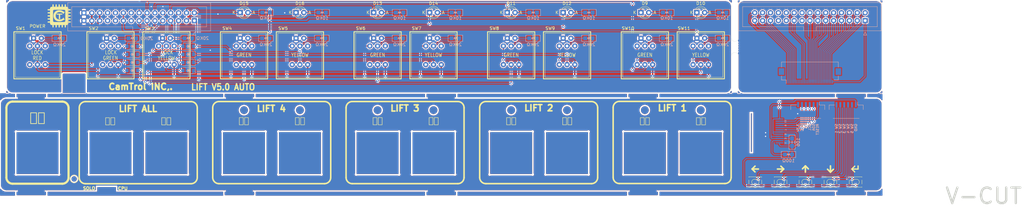
<source format=kicad_pcb>
(kicad_pcb (version 20240108) (generator "pcbnew") (generator_version "8.0")
  (layers (0 "F.Cu" signal) (31 "B.Cu" signal) (34 "B.Paste" user) (35 "F.Paste" user) (36 "B.SilkS" user "B.Silkscreen") (37 "F.SilkS" user "F.Silkscreen") (38 "B.Mask" user) (39 "F.Mask" user) (44 "Edge.Cuts" user))
  (net 0 "")
  (net 1 "+12P")
  (net 2 "LIFT-1-UP-SW")
  (net 3 "+12VA")
  (net 4 "LIFT-2-UP-SW")
  (net 5 "LIFT-3-UP-SW")
  (net 6 "LIFT-4-UP-SW")
  (net 7 "LIFT-1-DOWN-SW")
  (net 8 "LIFT-2-DOWN-SW")
  (net 9 "LIFT-3-DOWN-SW")
  (net 10 "LIFT-4-DOWN-SW")
  (net 11 "LIFT-4-UP-LED")
  (net 12 "LIFT-4-DOWN-LED")
  (net 13 "LIFT-3-UP-LED")
  (net 14 "Net-(D1-A)")
  (net 15 "Net-(D5-A)")
  (net 16 "Net-(D9-A)")
  (net 17 "Net-(D10-A)")
  (net 18 "Net-(D11-A)")
  (net 19 "LIFT-3-DOWN-LED")
  (net 20 "Net-(D12-A)")
  (net 21 "LIFT-2-UP-LED")
  (net 22 "LIFT-2-DOWN-LED")
  (net 23 "LIFT-1-UP-LED")
  (net 24 "LIFT-1-DOWN-LED")
  (net 25 "Net-(D13-A)")
  (net 26 "Net-(D14-A)")
  (net 27 "Net-(D15-A)")
  (net 28 "Net-(D16-A)")
  (net 31 "+5VL")
  (net 34 "unconnected-(J1-Pin_23-Pad23)")
  (net 36 "Net-(SW1-A)")
  (net 37 "Net-(SW2-A)")
  (net 38 "Net-(SW3-A)")
  (net 39 "Net-(SW4-A)")
  (net 40 "Net-(SW5-A)")
  (net 41 "Net-(SW6-A)")
  (net 42 "Net-(SW7-A)")
  (net 43 "Net-(SW8-A)")
  (net 44 "Net-(SW9-A)")
  (net 45 "Net-(SW10-A)")
  (net 46 "Net-(SW11-A)")
  (net 62 "Net-(R10-Pad2)")
  (net 63 "Net-(R8-Pad2)")
  (net 64 "Net-(R9-Pad2)")
  (net 65 "Net-(R7-Pad2)")
  (net 66 "Net-(R5-Pad2)")
  (net 67 "Net-(R4-Pad2)")
  (net 68 "Net-(R6-Pad2)")
  (net 69 "Net-(R11-Pad2)")
  (net 83 "LED-K")
  (net 84 "D{slash}C")
  (net 85 "CS")
  (net 86 "SCL")
  (net 87 "SDA")
  (net 88 "RESET")
  (net 89 "SW_1")
  (net 90 "SW_2")
  (net 91 "SW_3")
  (net 92 "SW_4")
  (net 93 "SW_5")
  (net 94 "3.3V")
  (net 95 "GNDPWR")
  (net 96 "Net-(J2-Pin_1)")
  (net 97 "Net-(J5-Pin_1)")
  (net 98 "Net-(J5-Pin_2)")
  (net 99 "Net-(J5-Pin_3)")
  (net 100 "Net-(J5-Pin_4)")
  (net 101 "Net-(J5-Pin_5)")
  (net 102 "Net-(J5-Pin_6)")
  (net 103 "Net-(J5-Pin_7)")
  (net 104 "Net-(J5-Pin_8)")
  (net 105 "Net-(J5-Pin_9)")
  (net 106 "Net-(J5-Pin_10)")
  (net 107 "Net-(J5-Pin_11)")
  (net 108 "Net-(J5-Pin_12)")
  (net 109 "Net-(J5-Pin_13)")
  (net 110 "Net-(J5-Pin_14)")
  (net 111 "Net-(J5-Pin_15)")
  (net 112 "Net-(J5-Pin_16)")
  (net 115 "Net-(J5-Pin_19)")
  (net 116 "Net-(J5-Pin_20)")
  (net 121 "Net-(J5-Pin_25)")
  (net 122 "Net-(J5-Pin_26)")
  (net 123 "Net-(J5-Pin_27)")
  (net 124 "Net-(J5-Pin_28)")
  (net 125 "Net-(J5-Pin_29)")
  (net 126 "Net-(J5-Pin_30)")
  (net 133 "GNDREF")
  (footprint "LED_THT:LED_D3.0mm_FlatTop" (layer "F.Cu") (at 167.825 69.75)
    (property "Reference" "D16")
    (property "Value" "RED LED" (hide yes))
  )
  (footprint "Server.pretty:TS-3404" (layer "F.Cu") (at 348 124.45 90)
    (property "Reference" "SW16" (hide yes))
    (property "Value" "SW_Push" (hide yes))
  )
  (footprint "Server.pretty:LED_D3.0mm_FlatTop" (layer "F.Cu") (at 278.875 69.75)
    (property "Reference" "D9")
    (property "Value" "RED LED" (hide yes))
  )
  (footprint "LED_THT:LED_D3.0mm_FlatTop" (layer "F.Cu") (at 192.825 69.75)
    (property "Reference" "D13")
    (property "Value" "RED LED" (hide yes))
  )
  (footprint "LED_THT:LED_D3.0mm_FlatTop" (layer "F.Cu") (at 235.825 69.75)
    (property "Reference" "D11")
    (property "Value" "RED LED" (hide yes))
  )
  (footprint "LED_THT:LED_D3.0mm_FlatTop" (layer "F.Cu") (at 149.825 69.75)
    (property "Reference" "D15")
    (property "Value" "RED LED" (hide yes))
  )
  (footprint "Server.pretty:P2-L" (layer "F.Cu") (at 126.1 83.55)
    (property "Reference" "SW3")
    (property "Value" "POWER" (hide yes))
  )
  (footprint "Server.pretty:P2-L" (layer "F.Cu") (at 212.1 83.55)
    (property "Reference" "SW7")
    (property "Value" "POWER" (hide yes))
  )
  (footprint "Server.pretty:P2-L" (layer "F.Cu") (at 108.1 83.55)
    (property "Reference" "SW2")
    (property "Value" "POWER" (hide yes))
  )
  (footprint "Server.pretty:logo" (layer "F.Cu") (at 91.6 70.8)
    (property "Reference" "G***" (hide yes))
    (property "Value" "LOGO" (hide yes))
  )
  (footprint "Server.pretty:P2-L" (layer "F.Cu") (at 169.1 83.55)
    (property "Reference" "SW5")
    (property "Value" "POWER" (hide yes))
  )
  (footprint "Server.pretty:P2-L" (layer "F.Cu") (at 84.6 83.55)
    (property "Reference" "SW1")
    (property "Value" "POWER")
  )
  (footprint "Server.pretty:TS-3404" (layer "F.Cu") (at 323.85 124.45 90)
    (property "Reference" "SW13" (hide yes))
    (property "Value" "SW_Push" (hide yes))
  )
  (footprint "Server.pretty:P2-L" (layer "F.Cu") (at 280.16 83.55)
    (property "Reference" "SW10")
    (property "Value" "POWER" (hide yes))
  )
  (footprint "Server.pretty:P2-L" (layer "F.Cu") (at 237.1 83.55)
    (property "Reference" "SW8")
    (property "Value" "POWER" (hide yes))
  )
  (footprint "Server.pretty:TS-3404" (layer "F.Cu") (at 331.85 124.45 90)
    (property "Reference" "SW14" (hide yes))
    (property "Value" "SW_Push" (hide yes))
  )
  (footprint "Server.pretty:P2-L" (layer "F.Cu") (at 298.16 83.55)
    (property "Reference" "SW11")
    (property "Value" "POWER" (hide yes))
  )
  (footprint "Server.pretty:P2-L" (layer "F.Cu") (at 194.1 83.55)
    (property "Reference" "SW6")
    (property "Value" "POWER" (hide yes))
  )
  (footprint "Server.pretty:TS-3404" (layer "F.Cu") (at 315.7 124.45 90)
    (property "Reference" "SW12" (hide yes))
    (property "Value" "SW_Push" (hide yes))
  )
  (footprint "LED_THT:LED_D3.0mm_FlatTop" (layer "F.Cu") (at 253.825 69.75)
    (property "Reference" "D12")
    (property "Value" "RED LED" (hide yes))
  )
  (footprint "Panelization.pretty:mouse-bite-3mm-slot" (layer "F.Cu") (at 309.1 80.85 -90)
    (property "Reference" "mouse-bite-2mm-slot" (hide yes))
    (property "Value" "VAL**" (hide yes))
    (fp_arc (start 2.762 1) (mid 1.762 0) (end 2.762 -1) (stroke (width 0.05)) (layer "Edge.Cuts"))
    (fp_arc (start -2.762 -1) (mid -1.762 0) (end -2.762 1) (stroke (width 0.05)) (layer "Edge.Cuts"))
  )
  (footprint "Server.pretty:P2-L" (layer "F.Cu") (at 151.1 83.55)
    (property "Reference" "SW4")
    (property "Value" "POWER" (hide yes))
  )
  (footprint "Server.pretty:TS-3404" (layer "F.Cu") (at 339.9 124.45 90)
    (property "Reference" "SW15" (hide yes))
    (property "Value" "SW_Push" (hide yes))
  )
  (footprint "LED_THT:LED_D3.0mm_FlatTop" (layer "F.Cu") (at 296.875 69.75)
    (property "Reference" "D10")
    (property "Value" "RED LED")
  )
  (footprint "LED_THT:LED_D3.0mm_FlatTop" (layer "F.Cu") (at 210.825 69.75)
    (property "Reference" "D14")
    (property "Value" "RED LED" (hide yes))
  )
  (footprint "Server.pretty:P2-L" (layer "F.Cu") (at 255.1 83.55)
    (property "Reference" "SW9")
    (property "Value" "E" (hide yes))
  )
  (footprint "Server.pretty:R_0805_HandSoldering" (layer "B.Cu") (at 244.14 78.05)
    (property "Reference" "R8" (hide yes))
    (property "Value" "20KΩ")
  )
  (footprint "Server.pretty:C_0805_HandSoldering" (layer "B.Cu") (at 327.55 111.6 90)
    (property "Reference" "C1" (hide yes))
    (property "Value" "106")
  )
  (footprint "Server.pretty:D_SOD-123" (layer "B.Cu") (at 115.15 85.85 180)
    (property "Reference" "D3" (hide yes))
    (property "Value" "type=\"D\" model=\"1N4148W\" lib=\"\"" (hide yes))
  )
  (footprint "Server.pretty:R_0805_HandSoldering" (layer "B.Cu") (at 158.14 78.05)
    (property "Reference" "R4" (hide yes))
    (property "Value" "20KΩ")
  )
  (footprint "Server.pretty:D_SOD-123" (layer "B.Cu") (at 115.16 80.65 180)
    (property "Reference" "D1" (hide yes))
    (property "Value" "type=\"D\" model=\"1N4148W\" lib=\"\"" (hide yes))
  )
  (footprint "Server.pretty:R_0805_HandSoldering" (layer "B.Cu") (at 262.14 78.05)
    (property "Reference" "R9" (hide yes))
    (property "Value" "20KΩ")
  )
  (footprint "Server.pretty:D_SOD-123" (layer "B.Cu") (at 115.15 88.45 180)
    (property "Reference" "D4" (hide yes))
    (property "Value" "type=\"D\" model=\"1N4148W\" lib=\"\"" (hide yes))
  )
  (footprint "Connector_JST:JST_GH_SM06B-GHS-TB_1x06-1MP_P1.25mm_Horizontal" (layer "B.Cu") (at 344.96 101.33 180)
    (property "Reference" "J6" (hide yes))
    (property "Value" "Conn_01x06_Pin" (hide yes))
  )
  (footprint "Server.pretty:R_0805_HandSoldering" (layer "B.Cu") (at 115.14 78.05)
    (property "Reference" "R2" (hide yes))
    (property "Value" "20KΩ")
  )
  (footprint "Server.pretty:D_SOD-123" (layer "B.Cu") (at 133.17 85.85 180)
    (property "Reference" "D7" (hide yes))
    (property "Value" "type=\"D\" model=\"1N4148W\" lib=\"\"" (hide yes))
  )
  (footprint "Server.pretty:R_0805_HandSoldering" (layer "B.Cu") (at 219.15 69.75)
    (property "Reference" "R17" (hide yes))
    (property "Value" "10KΩ")
  )
  (footprint "Server.pretty:R_0805_HandSoldering" (layer "B.Cu") (at 219.14 78.05)
    (property "Reference" "R7" (hide yes))
    (property "Value" "20KΩ")
  )
  (footprint "Server.pretty:R_0805_HandSoldering" (layer "B.Cu") (at 201.2 69.75)
    (property "Reference" "R16" (hide yes))
    (property "Value" "10KΩ")
  )
  (footprint "Server.pretty:D_SOD-123" (layer "B.Cu") (at 133.17 80.65 180)
    (property "Reference" "D5" (hide yes))
    (property "Value" "type=\"D\" model=\"1N4148W\" lib=\"\"" (hide yes))
  )
  (footprint "Server.pretty:R_0805_HandSoldering" (layer "B.Cu") (at 305.2 69.75)
    (property "Reference" "R13" (hide yes))
    (property "Value" "10KΩ")
  )
  (footprint "Server.pretty:D_SOD-123" (layer "B.Cu") (at 115.15 83.25 180)
    (property "Reference" "D2" (hide yes))
    (property "Value" "type=\"D\" model=\"1N4148W\" lib=\"\"" (hide yes))
  )
  (footprint "Server.pretty:R_0805_HandSoldering" (layer "B.Cu") (at 176.14 78.05)
    (property "Reference" "R5" (hide yes))
    (property "Value" "20KΩ")
  )
  (footprint "Server.pretty:R_0805_HandSoldering" (layer "B.Cu") (at 305.2 78.05)
    (property "Reference" "R11" (hide yes))
    (property "Value" "20KΩ")
  )
  (footprint "Server.pretty:R_0805_HandSoldering" (layer "B.Cu") (at 287.2 69.75)
    (property "Reference" "R12" (hide yes))
    (property "Value" "10KΩ")
  )
  (footprint "Server.pretty:R_0805_HandSoldering" (layer "B.Cu") (at 158.2 69.75)
    (property "Reference" "R18" (hide yes))
    (property "Value" "10KΩ")
  )
  (footprint "Server.pretty:R_0805_HandSoldering" (layer "B.Cu") (at 262.15 69.75)
    (property "Reference" "R15" (hide yes))
    (property "Value" "10KΩ")
  )
  (footprint "Server.pretty:1.47_IPS" (layer "B.Cu") (at 323.5 107.95 90)
    (property "Reference" "J2" (hide yes))
    (property "Value" "Conn_01x12_Male" (hide yes))
  )
  (footprint "Server.pretty:R_0805_HandSoldering" (layer "B.Cu") (at 176.25 69.75)
    (property "Reference" "R19" (hide yes))
    (property "Value" "10KΩ")
  )
  (footprint "Server.pretty:IDC-Header_2x15_P2.54mm_Vertical" (layer "B.Cu") (at 351.08 72.35 90)
    (property "Reference" "J5" (hide yes))
    (property "Value" "Conn_01x30" (hide yes))
  )
  (footprint "Connector_JST:JST_GH_SM06B-GHS-TB_1x06-1MP_P1.25mm_Horizontal" (layer "B.Cu") (at 332.61 101.33 180)
    (property "Reference" "J8" (hide yes))
    (property "Value" "Conn_01x06_Pin" (hide yes))
  )
  (footprint "Server.pretty:R_0805_HandSoldering" (layer "B.Cu") (at 133.14 78.05)
    (property "Reference" "R3" (hide yes))
    (property "Value" "20KΩ")
  )
  (footprint "Server.pretty:D_SOD-123" (layer "B.Cu") (at 133.17 83.25 180)
    (property "Reference" "D6" (hide yes))
    (property "Value" "type=\"D\" model=\"1N4148W\" lib=\"\"" (hide yes))
  )
  (footprint "Server.pretty:R_0805_HandSoldering" (layer "B.Cu") (at 91.64 78.05)
    (property "Reference" "R1" (hide yes))
    (property "Value" "20KΩ")
  )
  (footprint "Server.pretty:R_0805_HandSoldering" (layer "B.Cu") (at 201.14 78.05)
    (property "Reference" "R6" (hide yes))
    (property "Value" "20KΩ")
  )
  (footprint "Server.pretty:R_0805_HandSoldering" (layer "B.Cu") (at 326.4 115.55)
    (property "Reference" "R20" (hide yes))
    (property "Value" "100Ω")
  )
  (footprint "Server.pretty:R_0805_HandSoldering" (layer "B.Cu") (at 244.2 69.75)
    (property "Reference" "R14" (hide yes))
    (property "Value" "10KΩ")
  )
  (footprint "Server.pretty:Hirose_FH12-30S-0.5SH_1x30-1MP_P0.50mm_Horizontal" (layer "B.Cu") (at 333.3 90.2)
    (property "Reference" "J7" (hide yes))
    (property "Value" "Conn_01x30" (hide yes))
  )
  (footprint "Server.pretty:D_SOD-123" (layer "B.Cu") (at 133.17 88.45 180)
    (property "Reference" "D8" (hide yes))
    (property "Value" "type=\"D\" model=\"1N4148W\" lib=\"\"" (hide yes))
  )
  (footprint "Server.pretty:R_0805_HandSoldering" (layer "B.Cu") (at 287.2 78.05)
    (property "Reference" "R10" (hide yes))
    (property "Value" "20KΩ")
  )
  (footprint "Server.pretty:IDC-Header_2x15_P2.54mm_Vertical" (layer "B.Cu") (at 135.11 72.39 90)
    (property "Reference" "J1" (hide yes))
    (property "Value" "Conn_01x30" (hide yes))
  )
  (gr_arc (start 136.04 122.99) (mid 135.454214 124.404214) (end 134.04 124.99) (stroke (width 0.5)) (layer "F.SilkS"))
  (gr_line (start 134.04 98.49) (end 100.05 98.49) (stroke (width 0.5)) (layer "F.SilkS"))
  (gr_line (start 346.775409 120.262089) (end 347.722578 119.31492) (stroke (width 0.4)) (layer "F.SilkS"))
  (gr_line (start 305.929999 124.93) (end 271.939999 124.929999) (stroke (width 0.5)) (layer "F.SilkS"))
  (gr_line (start 226.969999 100.469941) (end 226.969999 122.96994) (stroke (width 0.5)) (layer "F.SilkS"))
  (gr_line (start 305.929999 98.43) (end 271.939999 98.43) (stroke (width 0.5)) (layer "F.SilkS"))
  (gr_line (start 339.912091 121.2625) (end 340.835079 120.339512) (stroke (width 0.5)) (layer "F.SilkS"))
  (gr_line (start 331.83791 121.2625) (end 331.83791 119.2375) (stroke (width 0.5)) (layer "F.SilkS"))
  (gr_line (start 98.05 100.49) (end 98.05 122.989999) (stroke (width 0.5)) (layer "F.SilkS"))
  (gr_arc (start 92.6 98.49) (mid 94.004221 99.085779) (end 94.6 100.49) (stroke (width 0.7)) (layer "F.SilkS"))
  (gr_arc (start 76.59 124.989999) (mid 75.175786 124.404213) (end 74.59 122.989999) (stroke (width 0.7)) (layer "F.SilkS"))
  (gr_line (start 316.7125 120.25) (end 314.6875 120.25) (stroke (width 0.5)) (layer "F.SilkS"))
  (gr_line (start 269.939999 100.43) (end 269.939999 122.929999) (stroke (width 0.5)) (layer "F.SilkS"))
  (gr_line (start 264.959999 122.969941) (end 264.959999 100.479941) (stroke (width 0.5)) (layer "F.SilkS"))
  (gr_arc (start 221.939999 122.969941) (mid 221.354213 124.384155) (end 219.939999 124.969941) (stroke (width 0.5)) (layer "F.SilkS"))
  (gr_line (start 262.959999 98.469941) (end 228.969999 98.469941) (stroke (width 0.5)) (layer "F.SilkS"))
  (gr_arc (start 177.009999 98.473062) (mid 178.424213 99.058848) (end 179.009999 100.473062) (stroke (width 0.5)) (layer "F.SilkS"))
  (gr_line (start 314.6875 120.25) (end 315.610488 121.172988) (stroke (width 0.5)) (layer "F.SilkS"))
  (gr_line (start 314.6875 120.25) (end 315.634669 119.302831) (stroke (width 0.5)) (layer "F.SilkS"))
  (gr_line (start 92.6 124.99) (end 76.59 124.989999) (stroke (width 0.7)) (layer "F.SilkS"))
  (gr_line (start 74.59 100.49) (end 74.59 122.989999) (stroke (width 0.7)) (layer "F.SilkS"))
  (gr_arc (start 179.009999 122.973062) (mid 178.424213 124.387276) (end 177.009999 124.973062) (stroke (width 0.5)) (layer "F.SilkS"))
  (gr_arc (start 183.949999 100.469941) (mid 184.535785 99.055727) (end 185.949999 98.469941) (stroke (width 0.5)) (layer "F.SilkS"))
  (gr_arc (start 269.939999 100.43) (mid 270.525785 99.015786) (end 271.939999 98.43) (stroke (width 0.5)) (layer "F.SilkS"))
  (gr_arc (start 143.019999 124.973061) (mid 141.605785 124.387275) (end 141.019999 122.973061) (stroke (width 0.5)) (layer "F.SilkS"))
  (gr_arc (start 134.04 98.49) (mid 135.454214 99.075786) (end 136.04 100.49) (stroke (width 0.5)) (layer "F.SilkS"))
  (gr_arc (start 226.969999 100.469941) (mid 227.555785 99.055727) (end 228.969999 98.469941) (stroke (width 0.5)) (layer "F.SilkS"))
  (gr_line (start 92.6 98.49) (end 76.59 98.49) (stroke (width 0.7)) (layer "F.SilkS"))
  (gr_arc (start 228.969999 124.96994) (mid 227.555785 124.384154) (end 226.969999 122.96994) (stroke (width 0.5)) (layer "F.SilkS"))
  (gr_line (start 348.800409 120.262089) (end 348.800409 119.25) (stroke (width 0.4)) (layer "F.SilkS"))
  (gr_arc (start 94.6 122.99) (mid 94.014214 124.404214) (end 92.6 124.99) (stroke (width 0.7)) (layer "F.SilkS"))
  (gr_line (start 221.939999 122.969941) (end 221.939999 100.479941) (stroke (width 0.5)) (layer "F.SilkS"))
  (gr_line (start 179.009999 122.973062) (end 179.009999 100.483062) (stroke (width 0.5)) (layer "F.SilkS"))
  (gr_line (start 219.939999 124.969941) (end 185.949999 124.96994) (stroke (width 0.5)) (layer "F.SilkS"))
  (gr_line (start 348.800409 120.262089) (end 346.775409 120.262089) (stroke (width 0.4)) (layer "F.SilkS"))
  (gr_line (start 322.8375 120.25) (end 324.8625 120.25) (stroke (width 0.5)) (layer "F.SilkS"))
  (gr_line (start 331.83791 119.2375) (end 330.914922 120.160488) (stroke (width 0.5)) (layer "F.SilkS"))
  (gr_arc (start 271.939999 124.929999) (mid 270.525785 124.344213) (end 269.939999 122.929999) (stroke (width 0.5)) (layer "F.SilkS"))
  (gr_arc (start 264.959999 122.969941) (mid 264.374213 124.384155) (end 262.959999 124.969941) (stroke (width 0.5)) (layer "F.SilkS"))
  (gr_line (start 134.04 124.99) (end 100.05 124.989999) (stroke (width 0.5)) (layer "F.SilkS"))
  (gr_line (start 219.939999 98.469941) (end 185.949999 98.469941) (stroke (width 0.5)) (layer "F.SilkS"))
  (gr_line (start 339.912091 119.2375) (end 339.912091 121.2625) (stroke (width 0.5)) (layer "F.SilkS"))
  (gr_arc (start 185.949999 124.96994) (mid 184.535785 124.384154) (end 183.949999 122.96994) (stroke (width 0.5)) (layer "F.SilkS"))
  (gr_line (start 307.929999 122.93) (end 307.929999 100.44) (stroke (width 0.5)) (layer "F.SilkS"))
  (gr_line (start 136.04 122.99) (end 136.04 100.5) (stroke (width 0.5)) (layer "F.SilkS"))
  (gr_arc (start 307.929999 122.93) (mid 307.344213 124.344214) (end 305.929999 124.93) (stroke (width 0.5)) (layer "F.SilkS"))
  (gr_circle (center 96.4 123.44) (end 97.65 123.44) (stroke (width 0.15)) (fill none) (layer "F.SilkS"))
  (gr_arc (start 262.959999 98.469941) (mid 264.374213 99.055727) (end 264.959999 100.469941) (stroke (width 0.5)) (layer "F.SilkS"))
  (gr_arc (start 219.939999 98.469941) (mid 221.354213 99.055727) (end 221.939999 100.469941) (stroke (width 0.5)) (layer "F.SilkS"))
  (gr_line (start 141.019999 100.473062) (end 141.019999 122.973061) (stroke (width 0.5)) (layer "F.SilkS"))
  (gr_line (start 339.912091 121.2625) (end 338.964922 120.315331) (stroke (width 0.5)) (layer "F.SilkS"))
  (gr_line (start 324.8625 120.25) (end 323.915331 121.197169) (stroke (width 0.5)) (layer "F.SilkS"))
  (gr_line (start 183.949999 100.469941) (end 183.949999 122.96994) (stroke (width 0.5)) (layer "F.SilkS"))
  (gr_line (start 177.009999 98.473062) (end 143.019999 98.473062) (stroke (width 0.5)) (layer "F.SilkS"))
  (gr_line (start 346.775409 120.262089) (end 347.698397 121.185077) (stroke (width 0.4)) (layer "F.SilkS"))
  (gr_arc (start 74.59 100.49) (mid 75.175786 99.075786) (end 76.59 98.49) (stroke (width 0.7)) (layer "F.SilkS"))
  (gr_line (start 177.009999 124.973062) (end 143.019999 124.973061) (stroke (width 0.5)) (layer "F.SilkS"))
  (gr_arc (start 305.929999 98.43) (mid 307.344213 99.015786) (end 307.929999 100.43) (stroke (width 0.5)) (layer "F.SilkS"))
  (gr_line (start 94.6 122.99) (end 94.6 100.5) (stroke (width 0.7)) (layer "F.SilkS"))
  (gr_line (start 331.83791 119.2375) (end 332.785079 120.184669) (stroke (width 0.5)) (layer "F.SilkS"))
  (gr_line (start 262.959999 124.969941) (end 228.969999 124.96994) (stroke (width 0.5)) (layer "F.SilkS"))
  (gr_arc (start 141.019999 100.473062) (mid 141.605785 99.058848) (end 143.019999 98.473062) (stroke (width 0.5)) (layer "F.SilkS"))
  (gr_line (start 324.8625 120.25) (end 323.939512 119.327012) (stroke (width 0.5)) (layer "F.SilkS"))
  (gr_arc (start 100.05 124.989999) (mid 98.635786 124.404213) (end 98.05 122.989999) (stroke (width 0.5)) (layer "F.SilkS"))
  (gr_arc (start 98.05 100.49) (mid 98.635786 99.075786) (end 100.05 98.49) (stroke (width 0.5)) (layer "F.SilkS"))
  (gr_line (start 145.11 127.34) (end 110.1 127.34) (stroke (width 0.05)) (layer "Edge.Cuts"))
  (gr_arc (start 304.830001 108.100001) (mid 305.237341 108.02266) (end 305.16 108.43) (stroke (width 0.05)) (layer "Edge.Cuts"))
  (gr_line (start 284.61 96.84) (end 284.61 96.25) (stroke (width 0.05)) (layer "Edge.Cuts"))
  (gr_arc (start 145.11 97.34) (mid 144.756447 97.193553) (end 144.61 96.84) (stroke (width 0.05)) (layer "Edge.Cuts"))
  (gr_line (start 230.43 108.1) (end 243.770001 108.100001) (stroke (width 0.05)) (layer "Edge.Cuts"))
  (gr_arc (start 154.11 127.34) (mid 154.463553 127.486447) (end 154.61 127.84) (stroke (width 0.05)) (layer "Edge.Cuts"))
  (gr_arc (start 91.6 121.77) (mid 91.677341 122.17734) (end 91.270001 122.099999) (stroke (width 0.05)) (layer "Edge.Cuts"))
  (gr_arc (start 291.489999 122.099999) (mid 291.082659 122.17734) (end 291.16 121.77) (stroke (width 0.05)) (layer "Edge.Cuts"))
  (gr_line (start 205.43 108.1) (end 218.770001 108.100001) (stroke (width 0.05)) (layer "Edge.Cuts"))
  (gr_arc (start 219.09 127.34) (mid 219.443553 127.486447) (end 219.59 127.84) (stroke (width 0.05)) (layer "Edge.Cuts"))
  (gr_arc (start 351.03 127.34) (mid 351.383553 127.486447) (end 351.53 127.84) (stroke (width 0.05)) (layer "Edge.Cuts"))
  (gr_arc (start 91.270001 108.1) (mid 91.677341 108.022659) (end 91.6 108.429999) (stroke (width 0.05)) (layer "Edge.Cuts"))
  (gr_line (start 261.77 122.1) (end 248.429999 122.099999) (stroke (width 0.05)) (layer "Edge.Cuts"))
  (gr_arc (start 77.6 96.25) (mid 77.746447 95.896447) (end 78.1 95.75) (stroke (width 0.05)) (layer "Edge.Cuts"))
  (gr_line (start 273.49 108.1) (end 286.830001 108.100001) (stroke (width 0.05)) (layer "Edge.Cuts"))
  (gr_line (start 114.770001 122.099999) (end 101.43 122.1) (stroke (width 0.05)) (layer "Edge.Cuts"))
  (gr_arc (start 262.099999 121.770001) (mid 262.17734 122.177341) (end 261.77 122.1) (stroke (width 0.05)) (layer "Edge.Cuts"))
  (gr_line (start 77.6 96.25) (end 77.6 96.84) (stroke (width 0.05)) (layer "Edge.Cuts"))
  (gr_arc (start 133.1 121.77) (mid 133.177341 122.17734) (end 132.770001 122.099999) (stroke (width 0.05)) (layer "Edge.Cuts"))
  (gr_arc (start 274.61 127.84) (mid 274.756447 127.486447) (end 275.11 127.34) (stroke (width 0.05)) (layer "Edge.Cuts"))
  (gr_line (start 158.099999 108.429999) (end 158.099999 121.770001) (stroke (width 0.05)) (layer "Edge.Cuts"))
  (gr_line (start 219.09 128.94) (end 210.09 128.94) (stroke (width 0.05)) (layer "Edge.Cuts"))
  (gr_line (start 154.61 96.84) (end 154.61 96.25) (stroke (width 0.05)) (layer "Edge.Cuts"))
  (gr_circle (center 96.4 123.44) (end 97.5 123.44) (stroke (width 0.05)) (fill none) (layer "Edge.Cuts"))
  (gr_arc (start 230.100001 108.429999) (mid 230.02266 108.022659) (end 230.43 108.1) (stroke (width 0.05)) (layer "Edge.Cuts"))
  (gr_line (start 162.43 108.1) (end 175.770001 108.100001) (stroke (width 0.05)) (layer "Edge.Cuts"))
  (gr_line (start 78.1 128.94) (end 87.1 128.94) (stroke (width 0.05)) (layer "Edge.Cuts"))
  (gr_arc (start 119.1 108.43) (mid 119.022659 108.02266) (end 119.429999 108.100001) (stroke (width 0.05)) (layer "Edge.Cuts"))
  (gr_line (start 87.1 97.34) (end 145.11 97.34) (stroke (width 0.05)) (layer "Edge.Cuts"))
  (gr_arc (start 341.53 96.25) (mid 341.676447 95.896447) (end 342.03 95.75) (stroke (width 0.05)) (layer "Edge.Cuts"))
  (gr_line (start 87.6 96.84) (end 87.6 96.25) (stroke (width 0.05)) (layer "Edge.Cuts"))
  (gr_arc (start 205.429999 122.099999) (mid 205.022659 122.17734) (end 205.1 121.77) (stroke (width 0.05)) (layer "Edge.Cuts"))
  (gr_line (start 76.600001 95.749999) (end 92 95.75) (stroke (width 0.05)) (layer "Edge.Cuts"))
  (gr_line (start 351.53 128.44) (end 351.53 127.84) (stroke (width 0.05)) (layer "Edge.Cuts"))
  (gr_line (start 144.429999 108.100001) (end 157.77 108.1) (stroke (width 0.05)) (layer "Edge.Cuts"))
  (gr_line (start 284.11 97.34) (end 342.03 97.34) (stroke (width 0.05)) (layer "Edge.Cuts"))
  (gr_line (start 248.43 108.1) (end 261.770001 108.100001) (stroke (width 0.05)) (layer "Edge.Cuts"))
  (gr_circle (center 255.1 101.25) (end 256.6 101.25) (stroke (width 0.05)) (fill none) (layer "Edge.Cuts"))
  (gr_arc (start 342.03 97.34) (mid 341.676447 97.193553) (end 341.53 96.84) (stroke (width 0.05)) (layer "Edge.Cuts"))
  (gr_line (start 310.1 83.612) (end 310.1 93.75) (stroke (width 0.05)) (layer "Edge.Cuts"))
  (gr_arc (start 154.61 96.84) (mid 154.463553 97.193553) (end 154.11 97.34) (stroke (width 0.05)) (layer "Edge.Cuts"))
  (gr_line (start 308.099999 93.749999) (end 308.099999 67.849999) (stroke (width 0.05)) (layer "Edge.Cuts"))
  (gr_arc (start 158.099999 121.770001) (mid 158.17734 122.177341) (end 157.77 122.1) (stroke (width 0.05)) (layer "Edge.Cuts"))
  (gr_line (start 201.1 108.43) (end 201.099999 121.770001) (stroke (width 0.05)) (layer "Edge.Cuts"))
  (gr_arc (start 312.1 95.75) (mid 310.685786 95.164214) (end 310.1 93.75) (stroke (width 0.05)) (layer "Edge.Cuts"))
  (gr_arc (start 274.61 96.25) (mid 274.756447 95.896447) (end 275.11 95.75) (stroke (width 0.05)) (layer "Edge.Cuts"))
  (gr_line (start 219.59 96.84) (end 219.59 96.25) (stroke (width 0.05)) (layer "Edge.Cuts"))
  (gr_line (start 244.1 108.43) (end 244.099999 121.770001) (stroke (width 0.05)) (layer "Edge.Cuts"))
  (gr_arc (start 284.61 128.44) (mid 284.463553 128.793553) (end 284.11 128.94) (stroke (width 0.05)) (layer "Edge.Cuts"))
  (gr_line (start 74.6 127.340005) (end 78.1 127.34) (stroke (width 0.05)) (layer "Edge.Cuts"))
  (gr_arc (start 101.43 122.1) (mid 101.02266 122.177341) (end 101.100001 121.770001) (stroke (width 0.05)) (layer "Edge.Cuts"))
  (gr_line (start 115.099999 108.429999) (end 115.1 121.77) (stroke (width 0.05)) (layer "Edge.Cuts"))
  (gr_line (start 219.59 127.84) (end 219.59 128.44) (stroke (width 0.05)) (layer "Edge.Cuts"))
  (gr_arc (start 74.600001 67.849999) (mid 75.185787 66.435785) (end 76.600001 65.849999) (stroke (width 0.05)) (layer "Edge.Cuts"))
  (gr_line (start 219.1 108.43) (end 219.099999 121.770001) (stroke (width 0.05)) (layer "Edge.Cuts"))
  (gr_arc (start 341.53 127.84) (mid 341.676447 127.486447) (end 342.03 127.34) (stroke (width 0.05)) (layer "Edge.Cuts"))
  (gr_line (start 284.61 128.44) (end 284.61 127.84) (stroke (width 0.05)) (layer "Edge.Cuts"))
  (gr_line (start 162.1 121.77) (end 162.100001 108.429999) (stroke (width 0.05)) (layer "Edge.Cuts"))
  (gr_arc (start 275.11 128.94) (mid 274.756447 128.793553) (end 274.61 128.44) (stroke (width 0.05)) (layer "Edge.Cuts"))
  (gr_line (start 275.11 97.34) (end 219.09 97.34) (stroke (width 0.05)) (layer "Edge.Cuts"))
  (gr_arc (start 201.099999 121.770001) (mid 201.17734 122.177341) (end 200.77 122.1) (stroke (width 0.05)) (layer "Edge.Cuts"))
  (gr_line (start 154.11 127.34) (end 210.09 127.34) (stroke (width 0.05)) (layer "Edge.Cuts"))
  (gr_arc (start 78.1 128.94) (mid 77.746447 128.793553) (end 77.6 128.44) (stroke (width 0.05)) (layer "Edge.Cuts"))
  (gr_line (start 101.429999 108.100001) (end 114.77 108.1) (stroke (width 0.05)) (layer "Edge.Cuts"))
  (gr_arc (start 87.6 96.84) (mid 87.453553 97.193553) (end 87.1 97.34) (stroke (width 0.05)) (layer "Edge.Cuts"))
  (gr_arc (start 273.160001 108.429999) (mid 273.08266 108.022659) (end 273.49 108.1) (stroke (width 0.05)) (layer "Edge.Cuts"))
  (gr_line (start 243.77 122.1) (end 230.43 122.1) (stroke (width 0.05)) (layer "Edge.Cuts"))
  (gr_line (start 291.16 121.77) (end 291.160001 108.429999) (stroke (width 0.05)) (layer "Edge.Cuts"))
  (gr_line (start 72.6 125.440005) (end 72.6 99.340005) (stroke (width 0.05)) (layer "Edge.Cuts"))
  (gr_arc (start 273.489999 122.099999) (mid 273.082659 122.17734) (end 273.16 121.77) (stroke (width 0.05)) (layer "Edge.Cuts"))
  (gr_arc (start 74.6 127.340005) (mid 73.185786 126.754219) (end 72.6 125.340005) (stroke (width 0.05)) (layer "Edge.Cuts"))
  (gr_arc (start 76.600001 95.749999) (mid 75.185787 95.164213) (end 74.600001 93.749999) (stroke (width 0.05)) (layer "Edge.Cuts"))
  (gr_line (start 103.6 127.34) (end 103.6 125.83) (stroke (width 0.05)) (layer "Edge.Cuts"))
  (gr_line (start 273.16 121.77) (end 273.160001 108.429999) (stroke (width 0.05)) (layer "Edge.Cuts"))
  (gr_line (start 144.61 96.25) (end 144.61 96.84) (stroke (width 0.05)) (layer "Edge.Cuts"))
  (gr_line (start 286.83 122.1) (end 273.489999 122.099999) (stroke (width 0.05)) (layer "Edge.Cuts"))
  (gr_arc (start 100.8 95.75) (mid 100.446447 95.603553) (end 100.3 95.25) (stroke (width 0.05)) (layer "Edge.Cuts"))
  (gr_arc (start 342.03 128.94) (mid 341.676447 128.793553) (end 341.53 128.44) (stroke (width 0.05)) (layer "Edge.Cuts"))
  (gr_line (start 341.53 96.25) (end 341.53 96.84) (stroke (width 0.05)) (layer "Edge.Cuts"))
  (gr_line (start 93 89.22) (end 99.8 89.22) (stroke (width 0.05)) (layer "Edge.Cuts"))
  (gr_arc (start 218.770001 108.100001) (mid 219.177341 108.02266) (end 219.1 108.43) (stroke (width 0.05)) (layer "Edge.Cuts"))
  (gr_arc (start 306.099999 65.849999) (mid 307.514213 66.435785) (end 308.099999 67.849999) (stroke (width 0.05)) (layer "Edge.Cuts"))
  (gr_arc (start 187.429999 122.099999) (mid 187.022659 122.17734) (end 187.1 121.77) (stroke (width 0.05)) (layer "Edge.Cuts"))
  (gr_line (start 103.6 127.34) (end 87.1 127.34) (stroke (width 0.05)) (layer "Edge.Cuts"))
  (gr_line (start 91.6 108.429999) (end 91.6 121.77) (stroke (width 0.05)) (layer "Edge.Cuts"))
  (gr_arc (start 310.1 67.849999) (mid 310.685786 66.435785) (end 312.1 65.849999) (stroke (width 0.05)) (layer "Edge.Cuts"))
  (gr_line (start 312.1 95.75) (end 354.6 95.75) (stroke (width 0.05)) (layer "Edge.Cuts"))
  (gr_arc (start 162.100001 108.429999) (mid 162.02266 108.022659) (end 162.43 108.1) (stroke (width 0.05)) (layer "Edge.Cuts"))
  (gr_line (start 210.09 97.34) (end 154.11 97.34) (stroke (width 0.05)) (layer "Edge.Cuts"))
  (gr_line (start 356.6 99.340005) (end 356.6 125.340005) (stroke (width 0.05)) (layer "Edge.Cuts"))
  (gr_arc (start 187.100001 108.429999) (mid 187.02266 108.022659) (end 187.43 108.1) (stroke (width 0.05)) (layer "Edge.Cuts"))
  (gr_arc (start 219.59 96.84) (mid 219.443553 97.193553) (end 219.09 97.34) (stroke (width 0.05)) (layer "Edge.Cuts"))
  (gr_arc (start 92.5 95.25) (mid 92.353553 95.603553) (end 92 95.75) (stroke (width 0.05)) (layer "Edge.Cuts"))
  (gr_arc (start 162.429999 122.099999) (mid 162.022659 122.17734) (end 162.1 121.77) (stroke (width 0.05)) (layer "Edge.Cuts"))
  (gr_arc (start 209.59 127.84) (mid 209.736447 127.486447) (end 210.09 127.34) (stroke (width 0.05)) (layer "Edge.Cuts"))
  (gr_line (start 351.53 96.84) (end 351.53 96.25) (stroke (width 0.05)) (layer "Edge.Cuts"))
  (gr_line (start 284.11 127.34) (end 342.03 127.34) (stroke (width 0.05)) (layer "Edge.Cuts"))
  (gr_line (start 119.100001 121.770001) (end 119.1 108.43) (stroke (width 0.05)) (layer "Edge.Cuts"))
  (gr_arc (start 77.929999 122.1) (mid 77.522659 122.177341) (end 77.6 121.770001) (stroke (width 0.05)) (layer "Edge.Cuts"))
  (gr_circle (center 212.1 101.25) (end 213.6 101.25) (stroke (width 0.05)) (fill none) (layer "Edge.Cuts"))
  (gr_arc (start 284.11 95.75) (mid 284.463553 95.896447) (end 284.61 96.25) (stroke (width 0.05)) (layer "Edge.Cuts"))
  (gr_line (start 312.1 65.849999) (end 354.6 65.849999) (stroke (width 0.05)) (layer "Edge.Cuts"))
  (gr_arc (start 351.03 95.75) (mid 351.383553 95.896447) (end 351.53 96.25) (stroke (width 0.05)) (layer "Edge.Cuts"))
  (gr_arc (start 144.61 127.84) (mid 144.756447 127.486447) (end 145.11 127.34) (stroke (width 0.05)) (layer "Edge.Cuts"))
  (gr_line (start 74.600001 67.849999) (end 74.600001 93.749999) (stroke (width 0.05)) (layer "Edge.Cuts"))
  (gr_arc (start 154.11 95.75) (mid 154.463553 95.896447) (end 154.61 96.25) (stroke (width 0.05)) (layer "Edge.Cuts"))
  (gr_arc (start 284.11 127.34) (mid 284.463553 127.486447) (end 284.61 127.84) (stroke (width 0.05)) (layer "Edge.Cuts"))
  (gr_line (start 310.1 78.088) (end 310.1 67.849999) (stroke (width 0.05)) (layer "Edge.Cuts"))
  (gr_arc (start 200.770001 108.100001) (mid 201.177341 108.02266) (end 201.1 108.43) (stroke (width 0.05)) (layer "Edge.Cuts"))
  (gr_arc (start 354.6 65.849999) (mid 356.014214 66.435785) (end 356.6 67.849999) (stroke (width 0.05)) (layer "Edge.Cuts"))
  (gr_arc (start 210.09 97.34) (mid 209.736447 97.193553) (end 209.59 96.84) (stroke (width 0.05)) (layer "Edge.Cuts"))
  (gr_arc (start 92.5 89.72) (mid 92.646447 89.366447) (end 93 89.22) (stroke (width 0.05)) (layer "Edge.Cuts"))
  (gr_line (start 76.600001 65.849999) (end 306.099999 65.849999) (stroke (width 0.05)) (layer "Edge.Cuts"))
  (gr_arc (start 157.77 108.1) (mid 158.17734 108.022659) (end 158.099999 108.429999) (stroke (width 0.05)) (layer "Edge.Cuts"))
  (gr_line (start 176.1 108.43) (end 176.099999 121.770001) (stroke (width 0.05)) (layer "Edge.Cuts"))
  (gr_line (start 205.1 121.77) (end 205.100001 108.429999) (stroke (width 0.05)) (layer "Edge.Cuts"))
  (gr_line (start 200.77 122.1) (end 187.429999 122.099999) (stroke (width 0.05)) (layer "Edge.Cuts"))
  (gr_line (start 304.83 122.1) (end 291.489999 122.099999) (stroke (width 0.05)) (layer "Edge.Cuts"))
  (gr_line (start 306.099999 95.749999) (end 100.8 95.75) (stroke (width 0.05)) (layer "Edge.Cuts"))
  (gr_arc (start 261.770001 108.100001) (mid 262.177341 108.02266) (end 262.1 108.43) (stroke (width 0.05)) (layer "Edge.Cuts"))
  (gr_arc (start 243.770001 108.100001) (mid 244.177341 108.02266) (end 244.1 108.43) (stroke (width 0.05)) (layer "Edge.Cuts"))
  (gr_arc (start 176.099999 121.770001) (mid 176.17734 122.177341) (end 175.77 122.1) (stroke (width 0.05)) (layer "Edge.Cuts"))
  (gr_line (start 187.43 108.1) (end 200.770001 108.100001) (stroke (width 0.05)) (layer "Edge.Cuts"))
  (gr_line (start 351.03 95.75) (end 342.03 95.75) (stroke (width 0.05)) (layer "Edge.Cuts"))
  (gr_arc (start 144.43 122.1) (mid 144.02266 122.177341) (end 144.100001 121.770001) (stroke (width 0.05)) (layer "Edge.Cuts"))
  (gr_arc (start 144.1 108.43) (mid 144.022659 108.02266) (end 144.429999 108.100001) (stroke (width 0.05)) (layer "Edge.Cuts"))
  (gr_arc (start 144.61 96.25) (mid 144.756447 95.896447) (end 145.11 95.75) (stroke (width 0.05)) (layer "Edge.Cuts"))
  (gr_arc (start 356.6 93.75) (mid 356.014214 95.164214) (end 354.6 95.75) (stroke (width 0.05)) (layer "Edge.Cuts"))
  (gr_arc (start 287.159999 121.770001) (mid 287.23734 122.177341) (end 286.83 122.1) (stroke (width 0.05)) (layer "Edge.Cuts"))
  (gr_arc (start 119.43 122.1) (mid 119.02266 122.177341) (end 119.100001 121.770001) (stroke (width 0.05)) (layer "Edge.Cuts"))
  (gr_line (start 218.77 122.1) (end 205.429999 122.099999) (stroke (width 0.05)) (layer "Edge.Cuts"))
  (gr_line (start 74.6 97.340005) (end 78.1 97.34) (stroke (width 0.05)) (layer "Edge.Cuts"))
  (gr_arc (start 210.09 128.94) (mid 209.736447 128.793553) (end 209.59 128.44) (stroke (width 0.05)) (layer "Edge.Cuts"))
  (gr_arc (start 356.6 125.340005) (mid 356.014214 126.754219) (end 354.6 127.340005) (stroke (width 0.05)) (layer "Edge.Cuts"))
  (gr_arc (start 175.770001 108.100001) (mid 176.177341 108.02266) (end 176.1 108.43) (stroke (width 0.05)) (layer "Edge.Cuts"))
  (gr_arc (start 115.1 121.77) (mid 115.177341 122.17734) (end 114.770001 122.099999) (stroke (width 0.05)) (layer "Edge.Cuts"))
  (gr_line (start 248.1 121.77) (end 248.100001 108.429999) (stroke (width 0.05)) (layer "Edge.Cuts"))
  (gr_circle (center 194.1 101.25) (end 195.6 101.25) (stroke (width 0.05)) (fill none) (layer "Edge.Cuts"))
  (gr_line (start 354.6 97.340005) (end 351.03 97.34) (stroke (width 0.05)) (layer "Edge.Cuts"))
  (gr_arc (start 114.77 108.1) (mid 115.17734 108.022659) (end 115.099999 108.429999) (stroke (width 0.05)) (layer "Edge.Cuts"))
  (gr_line (start 209.59 96.25) (end 209.59 96.84) (stroke (width 0.05)) (layer "Edge.Cuts"))
  (gr_line (start 92.5 89.72) (end 92.5 95.25) (stroke (width 0.05)) (layer "Edge.Cuts"))
  (gr_line (start 230.100001 121.770001) (end 230.100001 108.429999) (stroke (width 0.05)) (layer "Edge.Cuts"))
  (gr_arc (start 308.099999 93.749999) (mid 307.514213 95.164213) (end 306.099999 95.749999) (stroke (width 0.05)) (layer "Edge.Cuts"))
  (gr_line (start 87.6 128.44) (end 87.6 127.84) (stroke (width 0.05)) (layer "Edge.Cuts"))
  (gr_circle (center 237.1 101.25) (end 238.6 101.25) (stroke (width 0.05)) (fill none) (layer "Edge.Cuts"))
  (gr_arc (start 354.6 97.340005) (mid 356.014214 97.925791) (end 356.6 99.340005) (stroke (width 0.05)) (layer "Edge.Cuts"))
  (gr_line (start 144.100001 121.770001) (end 144.1 108.43) (stroke (width 0.05)) (layer "Edge.Cuts"))
  (gr_arc (start 87.1 127.34) (mid 87.453553 127.486447) (end 87.6 127.84) (stroke (width 0.05)) (layer "Edge.Cuts"))
  (gr_arc (start 286.830001 108.100001) (mid 287.237341 108.02266) (end 287.16 108.43) (stroke (width 0.05)) (layer "Edge.Cuts"))
  (gr_arc (start 87.6 128.44) (mid 87.453553 128.793553) (end 87.1 128.94) (stroke (width 0.05)) (layer "Edge.Cuts"))
  (gr_arc (start 244.099999 121.770001) (mid 244.17734 122.177341) (end 243.77 122.1) (stroke (width 0.05)) (layer "Edge.Cuts"))
  (gr_arc (start 219.099999 121.770001) (mid 219.17734 122.177341) (end 218.77 122.1) (stroke (width 0.05)) (layer "Edge.Cuts"))
  (gr_arc (start 72.6 99.340005) (mid 73.185786 97.925791) (end 74.6 97.340005) (stroke (width 0.05)) (layer "Edge.Cuts"))
  (gr_arc (start 219.59 128.44) (mid 219.443553 128.793553) (end 219.09 128.94) (stroke (width 0.05)) (layer "Edge.Cuts"))
  (gr_arc (start 209.59 96.25) (mid 209.736447 95.896447) (end 210.09 95.75) (stroke (width 0.05)) (layer "Edge.Cuts"))
  (gr_line (start 133.099999 108.429999) (end 133.1 121.77) (stroke (width 0.05)) (layer "Edge.Cuts"))
  (gr_line (start 356.6 93.75) (end 356.6 67.849999) (stroke (width 0.05)) (layer "Edge.Cuts"))
  (gr_arc (start 248.429999 122.099999) (mid 248.022659 122.17734) (end 248.1 121.77) (stroke (width 0.05)) (layer "Edge.Cuts"))
  (gr_arc (start 291.160001 108.429999) (mid 291.08266 108.022659) (end 291.49 108.1) (stroke (width 0.05)) (layer "Edge.Cuts"))
  (gr_line (start 110.1 127.34) (end 110.1 125.83) (stroke (width 0.05)) (layer "Edge.Cuts"))
  (gr_arc (start 351.53 128.44) (mid 351.383553 128.793553) (end 351.03 128.94) (stroke (width 0.05)) (layer "Edge.Cuts"))
  (gr_line (start 101.100001 121.770001) (end 101.1 108.43) (stroke (width 0.05)) (layer "Edge.Cuts"))
  (gr_line (start 291.49 108.1) (end 304.830001 108.100001) (stroke (width 0.05)) (layer "Edge.Cuts"))
  (gr_circle (center 298.15 101.25) (end 299.65 101.25) (stroke (width 0.05)) (fill none) (layer "Edge.Cuts"))
  (gr_arc (start 284.61 96.84) (mid 284.463553 97.193553) (end 284.11 97.34) (stroke (width 0.05)) (layer "Edge.Cuts"))
  (gr_arc (start 154.61 128.44) (mid 154.463553 128.793553) (end 154.11 128.94) (stroke (width 0.05)) (layer "Edge.Cuts"))
  (gr_line (start 154.61 128.44) (end 154.61 127.84) (stroke (width 0.05)) (layer "Edge.Cuts"))
  (gr_line (start 132.770001 122.099999) (end 119.43 122.1) (stroke (width 0.05)) (layer "Edge.Cuts"))
  (gr_arc (start 78.1 97.34) (mid 77.746447 97.193553) (end 77.6 96.84) (stroke (width 0.05)) (layer "Edge.Cuts"))
  (gr_line (start 342.03 128.94) (end 351.03 128.94) (stroke (width 0.05)) (layer "Edge.Cuts"))
  (gr_arc (start 101.1 108.43) (mid 101.022659 108.02266) (end 101.429999 108.100001) (stroke (width 0.05)) (layer "Edge.Cuts"))
  (gr_line (start 187.1 121.77) (end 187.100001 108.429999) (stroke (width 0.05)) (layer "Edge.Cuts"))
  (gr_circle (center 280.15 101.25) (end 281.65 101.25) (stroke (width 0.05)) (fill none) (layer "Edge.Cuts"))
  (gr_line (start 341.53 127.84) (end 341.53 128.44) (stroke (width 0.05)) (layer "Edge.Cuts"))
  (gr_arc (start 230.43 122.1) (mid 230.02266 122.177341) (end 230.100001 121.770001) (stroke (width 0.05)) (layer "Edge.Cuts"))
  (gr_rect (start 314.05 102) (end 314.85 115) (stroke (width 0.05)) (fill none) (layer "Edge.Cuts"))
  (gr_line (start 175.77 122.1) (end 162.429999 122.099999) (stroke (width 0.05)) (layer "Edge.Cuts"))
  (gr_arc (start 77.6 127.84) (mid 77.746447 127.486447) (end 78.1 127.34) (stroke (width 0.05)) (layer "Edge.Cuts"))
  (gr_line (start 262.1 108.43) (end 262.099999 121.770001) (stroke (width 0.05)) (layer "Edge.Cuts"))
  (gr_line (start 274.61 127.84) (end 274.61 128.44) (stroke (width 0.05)) (layer "Edge.Cuts"))
  (gr_arc (start 275.11 97.34) (mid 274.756447 97.193553) (end 274.61 96.84) (stroke (width 0.05)) (layer "Edge.Cuts"))
  (gr_line (start 275.11 128.94) (end 284.11 128.94) (stroke (width 0.05)) (layer "Edge.Cuts"))
  (gr_arc (start 99.8 89.22) (mid 100.153553 89.366447) (end 100.3 89.72) (stroke (width 0.05)) (layer "Edge.Cuts"))
  (gr_arc (start 305.159999 121.770001) (mid 305.23734 122.177341) (end 304.83 122.1) (stroke (width 0.05)) (layer "Edge.Cuts"))
  (gr_circle (center 151.1 101.25) (end 152.6 101.25) (stroke (width 0.05)) (fill none) (layer "Edge.Cuts"))
  (gr_line (start 351.03 127.34) (end 354.6 127.340005) (stroke (width 0.05)) (layer "Edge.Cuts"))
  (gr_line (start 287.16 108.43) (end 287.159999 121.770001) (stroke (width 0.05)) (layer "Edge.Cuts"))
  (gr_line (start 91.270001 122.099999) (end 77.929999 122.1) (stroke (width 0.05)) (layer "Edge.Cuts"))
  (gr_arc (start 219.09 95.75) (mid 219.443553 95.896447) (end 219.59 96.25) (stroke (width 0.05)) (layer "Edge.Cuts"))
  (gr_line (start 305.16 108.43) (end 305.159999 121.770001) (stroke (width 0.05)) (layer "Edge.Cuts"))
  (gr_arc (start 351.53 96.84) (mid 351.383553 97.193553) (end 351.03 97.34) (stroke (width 0.05)) (layer "Edge.Cuts"))
  (gr_line (start 77.6 127.84) (end 77.6 128.44) (stroke (width 0.05)) (layer "Edge.Cuts"))
  (gr_arc (start 132.77 108.1) (mid 133.17734 108.022659) (end 133.099999 108.429999) (stroke (width 0.05)) (layer "Edge.Cuts"))
  (gr_line (start 100.3 89.72) (end 100.3 95.25) (stroke (width 0.05)) (layer "Edge.Cuts"))
  (gr_line (start 209.59 128.44) (end 209.59 127.84) (stroke (width 0.05)) (layer "Edge.Cuts"))
  (gr_arc (start 77.6 108.429999) (mid 77.522659 108.022659) (end 77.929999 108.1) (stroke (width 0.05)) (layer "Edge.Cuts"))
  (gr_line (start 110.1 125.83) (end 103.6 125.83) (stroke (width 0.05)) (layer "Edge.Cuts"))
  (gr_arc (start 248.100001 108.429999) (mid 248.02266 108.022659) (end 248.43 108.1) (stroke (width 0.05)) (layer "Edge.Cuts"))
  (gr_line (start 77.93 108.1) (end 91.270001 108.1) (stroke (width 0.05)) (layer "Edge.Cuts"))
  (gr_line (start 157.77 122.1) (end 144.43 122.1) (stroke (width 0.05)) (layer "Edge.Cuts"))
  (gr_arc (start 145.11 128.94) (mid 144.756447 128.793553) (end 144.61 128.44) (stroke (width 0.05)) (layer "Edge.Cuts"))
  (gr_line (start 144.61 127.84) (end 144.61 128.44) (stroke (width 0.05)) (layer "Edge.Cuts"))
  (gr_line (start 119.429999 108.100001) (end 132.77 108.1) (stroke (width 0.05)) (layer "Edge.Cuts"))
  (gr_line (start 145.11 128.94) (end 154.11 128.94) (stroke (width 0.05)) (layer "Edge.Cuts"))
  (gr_arc (start 87.1 95.75) (mid 87.453553 95.896447) (end 87.6 96.25) (stroke (width 0.05)) (layer "Edge.Cuts"))
  (gr_circle (center 169.1 101.25) (end 170.6 101.25) (stroke (width 0.05)) (fill none) (layer "Edge.Cuts"))
  (gr_line (start 274.61 96.25) (end 274.61 96.84) (stroke (width 0.05)) (layer "Edge.Cuts"))
  (gr_line (start 219.09 127.34) (end 275.11 127.34) (stroke (width 0.05)) (layer "Edge.Cuts"))
  (gr_arc (start 77.6 108.429999) (mid 77.522659 108.022659) (end 77.929999 108.1) (stroke (width 0.05)) (layer "Edge.Cuts"))
  (gr_line (start 77.6 121.770001) (end 77.6 108.429999) (stroke (width 0.05)) (layer "Edge.Cuts"))
  (gr_arc (start 205.100001 108.429999) (mid 205.02266 108.022659) (end 205.43 108.1) (stroke (width 0.05)) (layer "Edge.Cuts"))
  (gr_text "CS" (at 331.985 105.55 90) (layer "B.SilkS") (effects (font (size 0.8 0.8)) (justify left mirror)))
  (gr_text "RESET" (at 335.735 105.55 90) (layer "B.SilkS") (effects (font (size 0.8 0.8)) (justify left mirror)))
  (gr_text "3.3V" (at 329.485 105.55 90) (layer "B.SilkS") (effects (font (size 0.8 0.8)) (justify left mirror)))
  (gr_text "D/C" (at 330.735 105.55 90) (layer "B.SilkS") (effects (font (size 0.8 0.8)) (justify left mirror)))
  (gr_text "SW 1" (at 341.835 105.55 90) (layer "B.SilkS") (effects (font (size 0.8 0.8)) (justify left mirror)))
  (gr_text "SW 3" (at 344.335 105.55 90) (layer "B.SilkS") (effects (font (size 0.8 0.8)) (justify left mirror)))
  (gr_text "GND" (at 348.085 105.55 90) (layer "B.SilkS") (effects (font (size 0.8 0.8)) (justify left mirror)))
  (gr_text "SDA" (at 334.485 105.55 90) (layer "B.SilkS") (effects (font (size 0.8 0.8)) (justify left mirror)))
  (gr_text "SW 4" (at 345.585 105.55 90) (layer "B.SilkS") (effects (font (size 0.8 0.8)) (justify left mirror)))
  (gr_text "SCL" (at 333.235 105.55 90) (layer "B.SilkS") (effects (font (size 0.8 0.8)) (justify left mirror)))
  (gr_text "SW 5" (at 346.835 105.55 90) (layer "B.SilkS") (effects (font (size 0.8 0.8)) (justify left mirror)))
  (gr_text "SW 2" (at 343.085 105.55 90) (layer "B.SilkS") (effects (font (size 0.8 0.8)) (justify left mirror)))
  (gr_text "GREEN" (at 280.16 83.45 0) (layer "F.SilkS") (effects (font (size 1.2 1))))
  (gr_text "하강" (at 108 104.75 0) (layer "F.SilkS") (effects (font (size 2 2) (thickness 0.5))))
  (gr_text "상승" (at 298.21 104.74 0) (layer "F.SilkS") (effects (font (size 2 2) (thickness 0.5))))
  (gr_text "상승" (at 169.1 104.72 0) (layer "F.SilkS") (effects (font (size 2 2) (thickness 0.5))))
  (gr_text "LOCK" (at 108.26 82.63 0) (layer "F.SilkS") (effects (font (size 1.2 1))))
  (gr_text "상승" (at 126.05 104.75 0) (layer "F.SilkS") (effects (font (size 2 2) (thickness 0.5))))
  (gr_text "LIFT 4" (at 159.9 100.764365 0) (layer "F.SilkS") (effects (font (size 2 2) (thickness 0.5))))
  (gr_text "RED" (at 84.54 84.45 0) (layer "F.SilkS") (effects (font (size 1.2 1))))
  (gr_text "YELLOW" (at 169.09 83.462766 0) (layer "F.SilkS") (effects (font (size 1.2 1))))
  (gr_text "LIFT 2" (at 246 100.56236 0) (layer "F.SilkS") (effects (font (size 2 2) (thickness 0.5))))
  (gr_text "LOCK" (at 126.39 82.63 0) (layer "F.SilkS") (effects (font (size 1.2 1))))
  (gr_text "GREEN" (at 237.12 83.46 0) (layer "F.SilkS") (effects (font (size 1.2 1))))
  (gr_text "LOCK" (at 84.55 82.63 0) (layer "F.SilkS") (effects (font (size 1.2 1))))
  (gr_text "GREEN" (at 194.09 83.463847 0) (layer "F.SilkS") (effects (font (size 1.2 1))))
  (gr_text "하강" (at 237.1 104.72 0) (layer "F.SilkS") (effects (font (size 2 2) (thickness 0.5))))
  (gr_text "하강" (at 280.16 104.74 0) (layer "F.SilkS") (effects (font (size 2 2) (thickness 0.5))))
  (gr_text "YELLOW" (at 212.09 83.462765 0) (layer "F.SilkS") (effects (font (size 1.2 1))))
  (gr_text "YELLOW" (at 255.12 83.458918 0) (layer "F.SilkS") (effects (font (size 1.2 1))))
  (gr_text "LIFT V5.0 AUTO" (at 133.85 93.8 0) (layer "F.SilkS") (effects (font (size 2 1.8) (thickness 0.4)) (justify left)))
  (gr_text "SOLO" (at 103.3 126.5 0) (layer "F.SilkS") (effects (font (size 1 1) (thickness 0.25)) (justify right)))
  (gr_text "YELLOW" (at 298.16 83.448918 0) (layer "F.SilkS") (effects (font (size 1.2 1))))
  (gr_text "YELLOW" (at 126.11 84.45 0) (layer "F.SilkS") (effects (font (size 1.2 1))))
  (gr_text "LIFT 1\n" (at 289.01 100.56236 0) (layer "F.SilkS") (effects (font (size 2 2) (thickness 0.5))))
  (gr_text "하강" (at 151.05 104.72 0) (layer "F.SilkS") (effects (font (size 2 2) (thickness 0.5))))
  (gr_text "CamTrol INC,." (at 107.2 93.67 0) (layer "F.SilkS") (effects (font (size 2 2) (thickness 0.5)) (justify left)))
  (gr_text "상승" (at 255.15 104.72 0) (layer "F.SilkS") (effects (font (size 2 2) (thickness 0.5))))
  (gr_text "하강" (at 194.1 104.72 0) (layer "F.SilkS") (effects (font (size 2 2) (thickness 0.5))))
  (gr_text "상승" (at 212.15 104.72 0) (layer "F.SilkS") (effects (font (size 2 2) (thickness 0.5))))
  (gr_text "LIFT 3" (at 202.9 100.64599 0) (layer "F.SilkS") (effects (font (size 2 2) (thickness 0.5))))
  (gr_text "LIFT ALL" (at 116.95 100.8 0) (layer "F.SilkS") (effects (font (size 2 2) (thickness 0.5))))
  (gr_text "GREEN" (at 108.11 84.45 0) (layer "F.SilkS") (effects (font (size 1.2 1))))
  (gr_text "GREEN" (at 151.09 83.463848 0) (layer "F.SilkS") (effects (font (size 1.2 1))))
  (gr_text "CPU" (at 110.39 126.52 0) (layer "F.SilkS") (effects (font (size 1 1) (thickness 0.25)) (justify left)))
  (gr_text "전원" (at 84.6 103.7 0) (layer "F.SilkS") (effects (font (size 3 3) (thickness 0.7))))
  (gr_text "V-CUT" (at 376.47 128.95 0) (layer "Edge.Cuts") (effects (font (size 5 5) (thickness 0.75)) (justify left)))
  (segment (start 102.09 72.39) (end 102.09 86.54) (width 0.5) (layer "F.Cu") (net 1))
  (segment (start 102.09 69.85) (end 102.09 72.39) (width 0.5) (layer "F.Cu") (net 1))
  (segment (start 102.09 86.54) (end 102.1 86.55) (width 0.5) (layer "F.Cu") (net 1))
  (via (at 102.1 86.55) (size 0.8) (drill 0.4) (layers "F.Cu" "B.Cu") (net 1))
  (segment (start 102.1 86.55) (end 87.1 86.55) (width 0.5) (layer "B.Cu") (net 1))
  (segment (start 120.20048 84.25048) (end 120.20048 85.5) (width 0.3) (layer "F.Cu") (net 2))
  (segment (start 120.20048 89.04952) (end 120.15 89.1) (width 0.3) (layer "F.Cu") (net 2))
  (segment (start 298.15 86.56) (end 298.16 86.55) (width 0.3) (layer "F.Cu") (net 2))
  (segment (start 119.87 72.39) (end 119.87 83.92) (width 0.3) (layer "F.Cu") (net 2))
  (segment (start 119.87 83.92) (end 120.15 84.2) (width 0.3) (layer "F.Cu") (net 2))
  (segment (start 298.15 89) (end 298.15 86.56) (width 0.3) (layer "F.Cu") (net 2))
  (segment (start 120.15 84.2) (end 120.20048 84.25048) (width 0.3) (layer "F.Cu") (net 2))
  (segment (start 120.20048 85.5) (end 120.20048 89.04952) (width 0.3) (layer "F.Cu") (net 2))
  (via (at 120.15 89.1) (size 0.8) (drill 0.4) (layers "F.Cu" "B.Cu") (net 2))
  (via (at 298.15 89) (size 0.8) (drill 0.4) (layers "F.Cu" "B.Cu") (net 2))
  (segment (start 298.149519 88.999519) (end 298.15 89) (width 0.3) (layer "B.Cu") (net 2))
  (segment (start 134.82 89.08) (end 134.82 88.45) (width 0.3) (layer "B.Cu") (net 2))
  (segment (start 135.369519 88.999519) (end 298.149519 88.999519) (width 0.3) (layer "B.Cu") (net 2))
  (segment (start 129.8 89.1) (end 130.25 89.55) (width 0.3) (layer "B.Cu") (net 2))
  (segment (start 120.15 89.1) (end 129.8 89.1) (width 0.3) (layer "B.Cu") (net 2))
  (segment (start 134.82 88.45) (end 135.369519 88.999519) (width 0.3) (layer "B.Cu") (net 2))
  (segment (start 134.35 89.55) (end 134.82 89.08) (width 0.3) (layer "B.Cu") (net 2))
  (segment (start 130.25 89.55) (end 134.35 89.55) (width 0.3) (layer "B.Cu") (net 2))
  (segment (start 148.6 80.545524) (end 147.3 80.545524) (width 0.3) (layer "F.Cu") (net 3))
  (segment (start 128.6 86.55) (end 128.6 90.21) (width 0.5) (layer "F.Cu") (net 3))
  (segment (start 277.66 85.04) (end 277.65 85.05) (width 0.3) (layer "F.Cu") (net 3))
  (segment (start 84.6 86.55) (end 84.6 80.55) (width 0.5) (layer "F.Cu") (net 3))
  (segment (start 300.66 86.55) (end 300.66 90.21) (width 0.5) (layer "F.Cu") (net 3))
  (segment (start 207.9 90.2) (end 207.91 90.21) (width 0.3) (layer "F.Cu") (net 3))
  (segment (start 234.6 80.531169) (end 234.6 85.021169) (width 0.3) (layer "F.Cu") (net 3))
  (segment (start 171.6 90.2) (end 171.59 90.21) (width 0.5) (layer "F.Cu") (net 3))
  (segment (start 189.95 80.949713) (end 189.95 90.199713) (width 0.3) (layer "F.Cu") (net 3))
  (segment (start 209.6 80.55) (end 208.3 80.55) (width 0.3) (layer "F.Cu") (net 3))
  (segment (start 171.6 86.55) (end 171.6 90.2) (width 0.5) (layer "F.Cu") (net 3))
  (segment (start 104.08 80.48) (end 104.08 72.94) (width 0.5) (layer "F.Cu") (net 3))
  (segment (start 191.65 80.549713) (end 190.35 80.549713) (width 0.3) (layer "F.Cu") (net 3))
  (segment (start 104.08 72.94) (end 104.63 72.39) (width 0.5) (layer "F.Cu") (net 3))
  (segment (start 165.3 80.545524) (end 164.9 80.945524) (width 0.3) (layer "F.Cu") (net 3))
  (segment (start 214.6 90.2) (end 214.59 90.21) (width 0.5) (layer "F.Cu") (net 3))
  (segment (start 104.08 88.35) (end 104.08 80.48) (width 0.5) (layer "F.Cu") (net 3))
  (segment (start 153.6 86.55) (end 153.6 90.21) (width 0.5) (layer "F.Cu") (net 3))
  (segment (start 166.6 80.545524) (end 165.3 80.545524) (width 0.3) (layer "F.Cu") (net 3))
  (segment (start 239.6 90.2) (end 239.61 90.21) (width 0.5) (layer "F.Cu") (net 3))
  (segment (start 214.6 86.55) (end 214.6 90.2) (width 0.5) (layer "F.Cu") (net 3))
  (segment (start 110.6 90.18) (end 110.63 90.21) (width 0.5) (layer "F.Cu") (net 3))
  (segment (start 164.9 80.945524) (end 164.9 90.195524) (width 0.3) (layer "F.Cu") (net 3))
  (segment (start 239.6 86.55) (end 239.6 90.2) (width 0.5) (layer "F.Cu") (net 3))
  (segment (start 257.6 86.55) (end 257.6 90.2) (width 0.5) (layer "F.Cu") (net 3))
  (segment (start 147.3 80.545524) (end 146.9 80.945524) (width 0.3) (layer "F.Cu") (net 3))
  (segment (start 146.9 80.945524) (end 146.9 90.195524) (width 0.3) (layer "F.Cu") (net 3))
  (segment (start 282.66 86.55) (end 282.66 90.18) (width 0.5) (layer "F.Cu") (net 3))
  (segment (start 295.65 80.543465) (end 295.65 85.033465) (width 0.3) (layer "F.Cu") (net 3))
  (segment (start 104.63 69.85) (end 104.63 72.39) (width 0.5) (layer "F.Cu") (net 3))
  (segment (start 277.66 80.55) (end 277.66 85.04) (width 0.3) (layer "F.Cu") (net 3))
  (segment (start 252.6 80.538263) (end 252.6 85.028263) (width 0.3) (layer "F.Cu") (net 3))
  (segment (start 196.6 86.55) (end 196.6 90.21) (width 0.5) (layer "F.Cu") (net 3))
  (segment (start 208.3 80.55) (end 207.9 80.95) (width 0.3) (layer "F.Cu") (net 3))
  (segment (start 282.66 90.18) (end 282.63 90.21) (width 0.5) (layer "F.Cu") (net 3))
  (segment (start 190.35 80.549713) (end 189.95 80.949713) (width 0.3) (layer "F.Cu") (net 3))
  (segment (start 110.6 86.55) (end 110.6 90.18) (width 0.5) (layer "F.Cu") (net 3))
  (segment (start 257.6 90.2) (end 257.61 90.21) (width 0.5) (layer "F.Cu") (net 3))
  (segment (start 207.9 80.95) (end 207.9 90.2) (width 0.3) (layer "F.Cu") (net 3))
  (segment (start 104.08 90.21) (end 104.08 88.35) (width 0.5) (layer "F.Cu") (net 3))
  (via (at 104.08 88.35) (size 0.8) (drill 0.4) (layers "F.Cu" "B.Cu") (net 3))
  (via (at 171.59 90.21) (size 0.8) (drill 0.4) (layers "F.Cu" "B.Cu") (net 3))
  (via (at 153.6 90.21) (size 0.8) (drill 0.4) (layers "F.Cu" "B.Cu") (net 3))
  (via (at 252.59 85.038263) (size 0.8) (drill 0.4) (layers "F.Cu" "B.Cu") (net 3))
  (via (at 282.63 90.21) (size 0.8) (drill 0.4) (layers "F.Cu" "B.Cu") (net 3))
  (via (at 300.66 90.21) (size 0.8) (drill 0.4) (layers "F.Cu" "B.Cu") (net 3))
  (via (at 146.91 90.205524) (size 0.8) (drill 0.4) (layers "F.Cu" "B.Cu") (net 3))
  (via (at 207.91 90.21) (size 0.8) (drill 0.4) (layers "F.Cu" "B.Cu") (net 3))
  (via (at 277.65 85.05) (size 0.8) (drill 0.4) (layers "F.Cu" "B.Cu") (net 3))
  (via (at 257.61 90.21) (size 0.8) (drill 0.4) (layers "F.Cu" "B.Cu") (net 3))
  (via (at 110.63 90.21) (size 0.8) (drill 0.4) (layers "F.Cu" "B.Cu") (net 3))
  (via (at 295.64 85.043465) (size 0.8) (drill 0.4) (layers "F.Cu" "B.Cu") (net 3))
  (via (at 196.6 90.21) (size 0.8) (drill 0.4) (layers "F.Cu" "B.Cu") (net 3))
  (via (at 164.91 90.205524) (size 0.8) (drill 0.4) (layers "F.Cu" "B.Cu") (net 3))
  (via (at 104.08 90.21) (size 0.8) (drill 0.4) (layers "F.Cu" "B.Cu") (net 3))
  (via (at 239.61 90.21) (size 0.8) (drill 0.4) (layers "F.Cu" "B.Cu") (net 3))
  (via (at 214.59 90.21) (size 0.8) (drill 0.4) (layers "F.Cu" "B.Cu") (net 3))
  (via (at 189.96 90.209713) (size 0.8) (drill 0.4) (layers "F.Cu" "B.Cu") (net 3))
  (via (at 128.6 90.21) (size 0.8) (drill 0.4) (layers "F.Cu" "B.Cu") (net 3))
  (via (at 234.59 85.031169) (size 0.8) (drill 0.4) (layers "F.Cu" "B.Cu") (net 3))
  (segment (start 84.975 79.25) (end 84.61 79.615) (width 0.3) (layer "B.Cu") (net 3))
  (segment (start 239.61 90.21) (end 214.59 90.21) (width 0.5) (layer "B.Cu") (net 3))
  (segment (start 92.85 78.05) (end 92.85 78.975) (width 0.3) (layer "B.Cu") (net 3))
  (segment (start 234.59 85.031169) (end 239.14 85.031169) (width 0.3) (layer "B.Cu") (net 3))
  (segment (start 84.61 79.615) (end 84.61 80.55) (width 0.3) (layer "B.Cu") (net 3))
  (segment (start 282.63 90.21) (end 257.61 90.21) (width 0.5) (layer "B.Cu") (net 3))
  (segment (start 288.41 90.21) (end 282.63 90.21) (width 0.5) (layer "B.Cu") (net 3))
  (segment (start 300.19 85.043465) (end 300.65 85.503465) (width 0.3) (layer "B.Cu") (net 3))
  (segment (start 196.6 90.21) (end 171.59 90.21) (width 0.5) (layer "B.Cu") (net 3))
  (segment (start 84.6 86.55) (end 84.6 87.89) (width 0.5) (layer "B.Cu") (net 3))
  (segment (start 171.59 90.21) (end 153.6 90.21) (width 0.5) (layer "B.Cu") (net 3))
  (segment (start 257.6 85.498263) (end 257.6 86.538263) (width 0.3) (layer "B.Cu") (net 3))
  (segment (start 214.59 90.21) (end 207.91 90.21) (width 0.5) (layer "B.Cu") (net 3))
  (segment (start 239.6 85.491169) (end 239.6 86.531169) (width 0.3) (layer "B.Cu") (net 3))
  (segment (start 282.2 85.05) (end 282.66 85.51) (width 0.3) (layer "B.Cu") (net 3))
  (segment (start 84.6 87.89) (end 85.06 88.35) (width 0.5) (layer "B.Cu") (net 3))
  (segment (start 282.66 85.51) (end 282.66 86.55) (width 0.3) (layer "B.Cu") (net 3))
  (segment (start 207.91 90.21) (end 196.6 90.21) (width 0.5) (layer "B.Cu") (net 3))
  (segment (start 300.66 90.21) (end 288.41 90.21) (width 0.5) (layer "B.Cu") (net 3))
  (segment (start 92.575 79.25) (end 84.975 79.25) (width 0.3) (layer "B.Cu") (net 3))
  (segment (start 257.14 85.038263) (end 257.6 85.498263) (width 0.3) (layer "B.Cu") (net 3))
  (segment (start 128.6 90.21) (end 110.63 90.21) (width 0.5) (layer "B.Cu") (net 3))
  (segment (start 252.59 85.038263) (end 257.14 85.038263) (width 0.3) (layer "B.Cu") (net 3))
  (segment (start 295.64 85.043465) (end 300.19 85.043465) (width 0.3) (layer "B.Cu") (net 3))
  (segment (start 239.14 85.031169) (end 239.6 85.491169) (width 0.3) (layer "B.Cu") (net 3))
  (segment (start 300.65 85.503465) (end 300.65 86.543465) (width 0.3) (layer "B.Cu") (net 3))
  (segment (start 153.6 90.21) (end 128.6 90.21) (width 0.5) (layer "B.Cu") (net 3))
  (segment (start 277.65 85.05) (end 282.2 85.05) (width 0.3) (layer "B.Cu") (net 3))
  (segment (start 85.06 88.35) (end 104.08 88.35) (width 0.5) (layer "B.Cu") (net 3))
  (segment (start 110.63 90.21) (end 104.08 90.21) (width 0.5) (layer "B.Cu") (net 3))
  (segment (start 92.85 78.975) (end 92.575 79.25) (width 0.3) (layer "B.Cu") (net 3))
  (segment (start 257.61 90.21) (end 239.61 90.21) (width 0.5) (layer "B.Cu") (net 3))
  (segment (start 255.1 83.25) (end 255.1 86.55) (width 0.3) (layer "F.Cu") (net 4))
  (segment (start 124.95 72.39) (end 121.85 75.49) (width 0.3) (layer "F.Cu") (net 4))
  (segment (start 121.85 75.49) (end 121.85 82) (width 0.3) (layer "F.Cu") (net 4))
  (via (at 255.1 83.25) (size 0.8) (drill 0.4) (layers "F.Cu" "B.Cu") (net 4))
  (via (at 121.85 82) (size 0.8) (drill 0.4) (layers "F.Cu" "B.Cu") (net 4))
  (segment (start 134.82 83.25) (end 255.1 83.25) (width 0.3) (layer "B.Cu") (net 4))
  (segment (start 134.3 82) (end 134.82 82.52) (width 0.3) (layer "B.Cu") (net 4))
  (segment (start 134.82 82.52) (end 134.82 83.25) (width 0.3) (layer "B.Cu") (net 4))
  (segment (start 121.85 82) (end 134.3 82) (width 0.3) (layer "B.Cu") (net 4))
  (segment (start 130.03 72.39) (end 129.799511 72.620489) (width 0.3) (layer "F.Cu") (net 5))
  (segment (start 129.799511 72.620489) (end 129.799511 84.650489) (width 0.3) (layer "F.Cu") (net 5))
  (segment (start 129.799511 84.650489) (end 129.75 84.7) (width 0.3) (layer "F.Cu") (net 5))
  (via (at 129.75 84.7) (size 0.8) (drill 0.4) (layers "F.Cu" "B.Cu") (net 5))
  (segment (start 129.75 84.7) (end 134.55 84.7) (width 0.3) (layer "B.Cu") (net 5))
  (segment (start 134.82 84.97) (end 134.82 85.85) (width 0.3) (layer "B.Cu") (net 5))
  (segment (start 211.7 85.05) (end 212.1 85.45) (width 0.3) (layer "B.Cu") (net 5))
  (segment (start 134.55 84.7) (end 134.82 84.97) (width 0.3) (layer "B.Cu") (net 5))
  (segment (start 135.95 85.85) (end 136.75 85.05) (width 0.3) (layer "B.Cu") (net 5))
  (segment (start 136.75 85.05) (end 211.7 85.05) (width 0.3) (layer "B.Cu") (net 5))
  (segment (start 134.82 85.85) (end 135.95 85.85) (width 0.3) (layer "B.Cu") (net 5))
  (segment (start 212.1 85.45) (end 212.1 86.55) (width 0.3) (layer "B.Cu") (net 5))
  (segment (start 135.49 72.39) (end 135.85 72.75) (width 0.3) (layer "F.Cu") (net 6))
  (segment (start 135.85 72.75) (end 135.85 80.65) (width 0.3) (layer "F.Cu") (net 6))
  (segment (start 169.1 86.55) (end 169.1 82.35) (width 0.3) (layer "F.Cu") (net 6))
  (segment (start 135.11 72.39) (end 135.49 72.39) (width 0.3) (layer "F.Cu") (net 6))
  (via (at 169.1 82.35) (size 0.8) (drill 0.4) (layers "F.Cu" "B.Cu") (net 6))
  (via (at 135.85 80.65) (size 0.8) (drill 0.4) (layers "F.Cu" "B.Cu") (net 6))
  (segment (start 147.3 82.65) (end 168.8 82.65) (width 0.3) (layer "B.Cu") (net 6))
  (segment (start 145.3 80.65) (end 147.3 82.65) (width 0.3) (layer "B.Cu") (net 6))
  (segment (start 168.8 82.65) (end 169.1 82.35) (width 0.3) (layer "B.Cu") (net 6))
  (segment (start 135.85 80.65) (end 134.82 80.65) (width 0.3) (layer "B.Cu") (net 6))
  (segment (start 135.85 80.65) (end 145.3 80.65) (width 0.3) (layer "B.Cu") (net 6))
  (segment (start 276.2 88.15) (end 276.2 80.75) (width 0.3) (layer "F.Cu") (net 7))
  (segment (start 118.6 74.85) (end 117.95 75.5) (width 0.3) (layer "F.Cu") (net 7))
  (segment (start 118.6 71.12) (end 118.6 74.85) (width 0.3) (layer "F.Cu") (net 7))
  (segment (start 119.87 69.85) (end 118.6 71.12) (width 0.3) (layer "F.Cu") (net 7))
  (segment (start 117.95 75.5) (end 117.85 75.6) (width 0.3) (layer "F.Cu") (net 7))
  (segment (start 276.2 80.75) (end 276.2 66.95) (width 0.3) (layer "F.Cu") (net 7))
  (segment (start 117.85 75.6) (end 117.85 80.65) (width 0.3) (layer "F.Cu") (net 7))
  (via (at 276.2 66.95) (size 0.8) (drill 0.4) (layers "F.Cu" "B.Cu") (net 7))
  (via (at 117.85 80.65) (size 0.8) (drill 0.4) (layers "F.Cu" "B.Cu") (net 7))
  (via (at 276.2 88.15) (size 0.8) (drill 0.4) (layers "F.Cu" "B.Cu") (net 7))
  (segment (start 119.87 69.85) (end 119.87 66.88) (width 0.3) (layer "B.Cu") (net 7))
  (segment (start 280.16 86.55) (end 280.16 87.89) (width 0.3) (layer "B.Cu") (net 7))
  (segment (start 119.87 66.88) (end 120.500001 66.249999) (width 0.3) (layer "B.Cu") (net 7))
  (segment (start 117.85 80.65) (end 116.81 80.65) (width 0.3) (layer "B.Cu") (net 7))
  (segment (start 120.500001 66.249999) (end 275.949999 66.249999) (width 0.3) (layer "B.Cu") (net 7))
  (segment (start 276.2 66.5) (end 276.2 66.95) (width 0.3) (layer "B.Cu") (net 7))
  (segment (start 279.7 88.35) (end 278.2 88.35) (width 0.3) (layer "B.Cu") (net 7))
  (segment (start 280.16 87.89) (end 279.7 88.35) (width 0.3) (layer "B.Cu") (net 7))
  (segment (start 275.949999 66.249999) (end 276.2 66.5) (width 0.3) (layer "B.Cu") (net 7))
  (segment (start 276.4 88.35) (end 276.2 88.15) (width 0.3) (layer "B.Cu") (net 7))
  (segment (start 278.2 88.35) (end 276.4 88.35) (width 0.3) (layer "B.Cu") (net 7))
  (segment (start 126.1 76.35) (end 126.1 78.45) (width 0.3) (layer "F.Cu") (net 8))
  (segment (start 126.1 78.45) (end 126.1 78.6) (width 0.3) (layer "F.Cu") (net 8))
  (segment (start 120.95 92.3) (end 120.95 83.45) (width 0.3) (layer "F.Cu") (net 8))
  (segment (start 126.1 78.6) (end 125.05 79.65) (width 0.3) (layer "F.Cu") (net 8))
  (segment (start 237.1 92.55) (end 237.1 86.55) (width 0.3) (layer "F.Cu") (net 8))
  (segment (start 125.05 79.65) (end 124.85 79.85) (width 0.3) (layer "F.Cu") (net 8))
  (segment (start 126.25 76.2) (end 126.1 76.35) (width 0.3) (layer "F.Cu") (net 8))
  (segment (start 120.95 83.45) (end 120.7 83.2) (width 0.3) (layer "F.Cu") (net 8))
  (segment (start 120.7 92.55) (end 120.95 92.3) (width 0.3) (layer "F.Cu") (net 8))
  (segment (start 126.25 71.15) (end 126.25 76.2) (width 0.3) (layer "F.Cu") (net 8))
  (segment (start 124.95 69.85) (end 126.25 71.15) (width 0.3) (layer "F.Cu") (net 8))
  (segment (start 124.85 79.85) (end 124.85 83.2) (width 0.3) (layer "F.Cu") (net 8))
  (via (at 124.85 83.2) (size 0.8) (drill 0.4) (layers "F.Cu" "B.Cu") (net 8))
  (via (at 237.1 92.55) (size 0.8) (drill 0.4) (layers "F.Cu" "B.Cu") (net 8))
  (via (at 120.7 83.2) (size 0.8) (drill 0.4) (layers "F.Cu" "B.Cu") (net 8))
  (via (at 120.7 92.55) (size 0.8) (drill 0.4) (layers "F.Cu" "B.Cu") (net 8))
  (segment (start 124.85 83.2) (end 120.7 83.2) (width 0.3) (layer "B.Cu") (net 8))
  (segment (start 135.64904 92.24904) (end 135.949519 92.549519) (width 0.3) (layer "B.Cu") (net 8))
  (segment (start 121.00096 92.24904) (end 135.64904 92.24904) (width 0.3) (layer "B.Cu") (net 8))
  (segment (start 143.3 92.55) (end 237.1 92.55) (width 0.3) (layer "B.Cu") (net 8))
  (segment (start 120.65 83.25) (end 120.7 83.2) (width 0.3) (layer "B.Cu") (net 8))
  (segment (start 120.7 92.55) (end 121.00096 92.24904) (width 0.3) (layer "B.Cu") (net 8))
  (segment (start 116.8 83.25) (end 120.65 83.25) (width 0.3) (layer "B.Cu") (net 8))
  (segment (start 135.95 92.55) (end 143.3 92.55) (width 0.3) (layer "B.Cu") (net 8))
  (segment (start 135.949519 92.549519) (end 135.95 92.55) (width 0.3) (layer "B.Cu") (net 8))
  (segment (start 119.3 85.85) (end 119.3 92.05) (width 0.3) (layer "F.Cu") (net 9))
  (segment (start 128.75 71.13) (end 128.75 73.65) (width 0.3) (layer "F.Cu") (net 9))
  (segment (start 127.35 79.9) (end 127.35 80.9) (width 0.3) (layer "F.Cu") (net 9))
  (segment (start 127.35 80.9) (end 127.35 85.05) (width 0.3) (layer "F.Cu") (net 9))
  (segment (start 128.75 78.5) (end 127.65 79.6) (width 0.3) (layer "F.Cu") (net 9))
  (segment (start 127.65 79.6) (end 127.35 79.9) (width 0.3) (layer "F.Cu") (net 9))
  (segment (start 194.1 91.75) (end 194.1 86.55) (width 0.3) (layer "F.Cu") (net 9))
  (segment (start 130.03 69.85) (end 128.75 71.13) (width 0.3) (layer "F.Cu") (net 9))
  (segment (start 128.75 73.65) (end 128.75 78.5) (width 0.3) (layer "F.Cu") (net 9))
  (via (at 119.3 85.85) (size 0.8) (drill 0.4) (layers "F.Cu" "B.Cu") (net 9))
  (via (at 194.1 91.75) (size 0.8) (drill 0.4) (layers "F.Cu" "B.Cu") (net 9))
  (via (at 119.3 92.05) (size 0.8) (drill 0.4) (layers "F.Cu" "B.Cu") (net 9))
  (via (at 127.35 85.05) (size 0.8) (drill 0.4) (layers "F.Cu" "B.Cu") (net 9))
  (segment (start 127.35 85.05) (end 120.1 85.05) (width 0.3) (layer "B.Cu") (net 9))
  (segment (start 119.3 92.05) (end 119.60048 91.74952) (width 0.3) (layer "B.Cu") (net 9))
  (segment (start 135.89952 91.74952) (end 136.2 92.05) (width 0.3) (layer "B.Cu") (net 9))
  (segment (start 119.60048 91.74952) (end 135.89952 91.74952) (width 0.3) (layer "B.Cu") (net 9))
  (segment (start 116.8 85.85) (end 119.3 85.85) (width 0.3) (layer "B.Cu") (net 9))
  (segment (start 137.55 92.05) (end 193.8 92.05) (width 0.3) (layer "B.Cu") (net 9))
  (segment (start 136.2 92.05) (end 137.55 92.05) (width 0.3) (layer "B.Cu") (net 9))
  (segment (start 193.8 92.05) (end 194.1 91.75) (width 0.3) (layer "B.Cu") (net 9))
  (segment (start 120.1 85.05) (end 119.3 85.85) (width 0.3) (layer "B.Cu") (net 9))
  (segment (start 136.05 69.85) (end 136.599511 70.399511) (width 0.3) (layer "F.Cu") (net 10))
  (segment (start 136.599511 91.249511) (end 136.6 91.25) (width 0.3) (layer "F.Cu") (net 10))
  (segment (start 117.8 91.25) (end 117.8 88.45) (width 0.3) (layer "F.Cu") (net 10))
  (segment (start 151.1 91.25) (end 151.1 86.55) (width 0.3) (layer "F.Cu") (net 10))
  (segment (start 135.11 69.85) (end 136.05 69.85) (width 0.3) (layer "F.Cu") (net 10))
  (segment (start 136.599511 70.399511) (end 136.599511 81.250489) (width 0.3) (layer "F.Cu") (net 10))
  (segment (start 136.599511 81.250489) (end 136.599511 91.249511) (width 0.3) (layer "F.Cu") (net 10))
  (via (at 136.6 91.25) (size 0.8) (drill 0.4) (layers "F.Cu" "B.Cu") (net 10))
  (via (at 117.8 91.25) (size 0.8) (drill 0.4) (layers "F.Cu" "B.Cu") (net 10))
  (via (at 151.1 91.25) (size 0.8) (drill 0.4) (layers "F.Cu" "B.Cu") (net 10))
  (via (at 117.8 88.45) (size 0.8) (drill 0.4) (layers "F.Cu" "B.Cu") (net 10))
  (segment (start 136.6 91.25) (end 117.8 91.25) (width 0.3) (layer "B.Cu") (net 10))
  (segment (start 136.85 91.5) (end 141.85 91.5) (width 0.3) (layer "B.Cu") (net 10))
  (segment (start 136.6 91.25) (end 136.85 91.5) (width 0.3) (layer "B.Cu") (net 10))
  (segment (start 141.85 91.5) (end 150.85 91.5) (width 0.3) (layer "B.Cu") (net 10))
  (segment (start 117.8 88.45) (end 116.8 88.45) (width 0.3) (layer "B.Cu") (net 10))
  (segment (start 150.85 91.5) (end 151.1 91.25) (width 0.3) (layer "B.Cu") (net 10))
  (segment (start 133.81 71.15) (end 167.35 71.15) (width 0.3) (layer "B.Cu") (net 11))
  (segment (start 167.825 70.675) (end 167.825 69.75) (width 0.3) (layer "B.Cu") (net 11))
  (segment (start 167.35 71.15) (end 167.825 70.675) (width 0.3) (layer "B.Cu") (net 11))
  (segment (start 132.57 72.39) (end 133.81 71.15) (width 0.3) (layer "B.Cu") (net 11))
  (segment (start 135.95 68.6) (end 136.65 69.3) (width 0.3) (layer "B.Cu") (net 12))
  (segment (start 148.2 69.75) (end 149.825 69.75) (width 0.3) (layer "B.Cu") (net 12))
  (segment (start 132.9 68.6) (end 135.95 68.6) (width 0.3) (layer "B.Cu") (net 12))
  (segment (start 132.57 68.93) (end 132.9 68.6) (width 0.3) (layer "B.Cu") (net 12))
  (segment (start 147.75 69.3) (end 148.2 69.75) (width 0.3) (layer "B.Cu") (net 12))
  (segment (start 136.65 69.3) (end 147.75 69.3) (width 0.3) (layer "B.Cu") (net 12))
  (segment (start 132.57 69.85) (end 132.57 68.93) (width 0.3) (layer "B.Cu") (net 12))
  (segment (start 210.85 73.35) (end 210.825 73.325) (width 0.3) (layer "F.Cu") (net 13))
  (segment (start 210.825 73.325) (end 210.825 69.75) (width 0.3) (layer "F.Cu") (net 13))
  (via (at 210.85 73.35) (size 0.8) (drill 0.4) (layers "F.Cu" "B.Cu") (net 13))
  (segment (start 128.35 73.85) (end 210.4 73.85) (width 0.3) (layer "B.Cu") (net 13))
  (segment (start 127.49 72.99) (end 128.35 73.85) (width 0.3) (layer "B.Cu") (net 13))
  (segment (start 210.4 73.85) (end 210.85 73.4) (width 0.3) (layer "B.Cu") (net 13))
  (segment (start 127.49 72.39) (end 127.49 72.99) (width 0.3) (layer "B.Cu") (net 13))
  (segment (start 112.65 85.85) (end 112.65 88.45) (width 0.3) (layer "F.Cu") (net 14))
  (segment (start 112.65 80.65) (end 112.65 83.25) (width 0.3) (layer "F.Cu") (net 14))
  (segment (start 112.65 83.25) (end 112.65 85.85) (width 0.3) (layer "F.Cu") (net 14))
  (via (at 112.65 80.65) (size 0.8) (drill 0.4) (layers "F.Cu" "B.Cu") (net 14))
  (via (at 112.65 88.45) (size 0.8) (drill 0.4) (layers "F.Cu" "B.Cu") (net 14))
  (via (at 112.65 83.25) (size 0.8) (drill 0.4) (layers "F.Cu" "B.Cu") (net 14))
  (via (at 112.65 85.85) (size 0.8) (drill 0.4) (layers "F.Cu" "B.Cu") (net 14))
  (segment (start 113.8 79.3) (end 113.51 79.59) (width 0.3) (layer "B.Cu") (net 14))
  (segment (start 108.1 86.55) (end 108.1 85.65) (width 0.3) (layer "B.Cu") (net 14))
  (segment (start 113.5 83.25) (end 112.65 83.25) (width 0.3) (layer "B.Cu") (net 14))
  (segment (start 116.34 78.05) (end 116.34 78.86) (width 0.3) (layer "B.Cu") (net 14))
  (segment (start 108.1 85.65) (end 108.5 85.25) (width 0.3) (layer "B.Cu") (net 14))
  (segment (start 113.51 80.65) (end 112.65 80.65) (width 0.3) (layer "B.Cu") (net 14))
  (segment (start 112.65 88.45) (end 113.5 88.45) (width 0.3) (layer "B.Cu") (net 14))
  (segment (start 108.5 85.25) (end 112.05 85.25) (width 0.3) (layer "B.Cu") (net 14))
  (segment (start 115.9 79.3) (end 113.8 79.3) (width 0.3) (layer "B.Cu") (net 14))
  (segment (start 113.5 85.85) (end 112.65 85.85) (width 0.3) (layer "B.Cu") (net 14))
  (segment (start 112.05 85.25) (end 112.65 85.85) (width 0.3) (layer "B.Cu") (net 14))
  (segment (start 113.51 79.59) (end 113.51 80.65) (width 0.3) (layer "B.Cu") (net 14))
  (segment (start 116.34 78.86) (end 115.9 79.3) (width 0.3) (layer "B.Cu") (net 14))
  (segment (start 130.65 83.25) (end 130.65 85.85) (width 0.3) (layer "F.Cu") (net 15))
  (segment (start 130.65 80.65) (end 130.65 83.25) (width 0.3) (layer "F.Cu") (net 15))
  (segment (start 130.65 85.85) (end 130.65 88.45) (width 0.3) (layer "F.Cu") (net 15))
  (via (at 130.65 80.65) (size 0.8) (drill 0.4) (layers "F.Cu" "B.Cu") (net 15))
  (via (at 130.65 85.85) (size 0.8) (drill 0.4) (layers "F.Cu" "B.Cu") (net 15))
  (via (at 130.65 88.45) (size 0.8) (drill 0.4) (layers "F.Cu" "B.Cu") (net 15))
  (via (at 130.65 83.25) (size 0.8) (drill 0.4) (layers "F.Cu" "B.Cu") (net 15))
  (segment (start 131.52 79.58) (end 131.52 80.65) (width 0.3) (layer "B.Cu") (net 15))
  (segment (start 131.51 80.65) (end 130.65 80.65) (width 0.3) (layer "B.Cu") (net 15))
  (segment (start 126.5 88.45) (end 130.65 88.45) (width 0.3) (layer "B.Cu") (net 15))
  (segment (start 134.35 78.86) (end 133.91 79.3) (width 0.3) (layer "B.Cu") (net 15))
  (segment (start 134.35 78.05) (end 134.35 78.86) (width 0.3) (layer "B.Cu") (net 15))
  (segment (start 126.1 88.05) (end 126.5 88.45) (width 0.3) (layer "B.Cu") (net 15))
  (segment (start 131.5 83.25) (end 130.65 83.25) (width 0.3) (layer "B.Cu") (net 15))
  (segment (start 126.1 86.55) (end 126.1 88.05) (width 0.3) (layer "B.Cu") (net 15))
  (segment (start 130.65 88.45) (end 131.5 88.45) (width 0.3) (layer "B.Cu") (net 15))
  (segment (start 131.5 85.85) (end 130.65 85.85) (width 0.3) (layer "B.Cu") (net 15))
  (segment (start 133.91 79.3) (end 131.8 79.3) (width 0.3) (layer "B.Cu") (net 15))
  (segment (start 131.8 79.3) (end 131.52 79.58) (width 0.3) (layer "B.Cu") (net 15))
  (segment (start 286 69.75) (end 281.415 69.75) (width 0.3) (layer "B.Cu") (net 16))
  (segment (start 304 69.75) (end 299.415 69.75) (width 0.3) (layer "B.Cu") (net 17))
  (segment (start 243 69.75) (end 238.365 69.75) (width 0.3) (layer "B.Cu") (net 18))
  (segment (start 127.49 69.85) (end 127.49 67.51) (width 0.3) (layer "B.Cu") (net 19))
  (segment (start 127.49 67.51) (end 127.75 67.25) (width 0.3) (layer "B.Cu") (net 19))
  (segment (start 192.825 67.675) (end 192.825 69.75) (width 0.3) (layer "B.Cu") (net 19))
  (segment (start 127.75 67.25) (end 192.4 67.25) (width 0.3) (layer "B.Cu") (net 19))
  (segment (start 192.4 67.25) (end 192.825 67.675) (width 0.3) (layer "B.Cu") (net 19))
  (segment (start 260.95 69.75) (end 256.365 69.75) (width 0.3) (layer "B.Cu") (net 20))
  (segment (start 253.825 74.325) (end 253.825 69.75) (width 0.3) (layer "F.Cu") (net 21))
  (segment (start 253.85 74.35) (end 253.825 74.325) (width 0.3) (layer "F.Cu") (net 21))
  (via (at 253.85 74.35) (size 0.8) (drill 0.4) (layers "F.Cu" "B.Cu") (net 21))
  (segment (start 253.8 74.45) (end 253.85 74.4) (width 0.3) (layer "B.Cu") (net 21))
  (segment (start 122.41 72.39) (end 122.41 73.81) (width 0.3) (layer "B.Cu") (net 21))
  (segment (start 123.05 74.45) (end 253.8 74.45) (width 0.3) (layer "B.Cu") (net 21))
  (segment (start 122.41 73.81) (end 123.05 74.45) (width 0.3) (layer "B.Cu") (net 21))
  (segment (start 235.85 67.55) (end 235.85 69.725) (width 0.3) (layer "F.Cu") (net 22))
  (segment (start 235.85 69.725) (end 235.825 69.75) (width 0.3) (layer "F.Cu") (net 22))
  (via (at 235.85 67.55) (size 0.8) (drill 0.4) (layers "F.Cu" "B.Cu") (net 22))
  (segment (start 122.41 69.85) (end 122.41 67.29) (width 0.3) (layer "B.Cu") (net 22))
  (segment (start 235.85 67.15) (end 235.85 67.55) (width 0.3) (layer "B.Cu") (net 22))
  (segment (start 122.95 66.75) (end 235.45 66.75) (width 0.3) (layer "B.Cu") (net 22))
  (segment (start 235.45 66.75) (end 235.85 67.15) (width 0.3) (layer "B.Cu") (net 22))
  (segment (start 122.41 67.29) (end 122.95 66.75) (width 0.3) (layer "B.Cu") (net 22))
  (segment (start 296.875 69.75) (end 296.875 75.925) (width 0.3) (layer "F.Cu") (net 23))
  (segment (start 296.875 75.925) (end 296.9 75.95) (width 0.3) (layer "F.Cu") (net 23))
  (via (at 296.9 75.95) (size 0.8) (drill 0.4) (layers "F.Cu" "B.Cu") (net 23))
  (segment (start 296.9 75.95) (end 296.5976 75.6476) (width 0.3) (layer "B.Cu") (net 23))
  (segment (start 253.6976 75.6476) (end 253.075 75.025) (width 0.3) (layer "B.Cu") (net 23))
  (segment (start 253.075 75.025) (end 120.675 75.025) (width 0.3) (layer "B.Cu") (net 23))
  (segment (start 117.33 73.755) (end 117.33 72.39) (width 0.3) (layer "B.Cu") (net 23))
  (segment (start 120.675 75.025) (end 119.775 74.125) (width 0.3) (layer "B.Cu") (net 23))
  (segment (start 296.5976 75.6476) (end 253.6976 75.6476) (width 0.3) (layer "B.Cu") (net 23))
  (segment (start 119.775 74.125) (end 117.7 74.125) (width 0.3) (layer "B.Cu") (net 23))
  (segment (start 117.7 74.125) (end 117.33 73.755) (width 0.3) (layer "B.Cu") (net 23))
  (segment (start 117.33 66.77) (end 117.95 66.15) (width 0.3) (layer "F.Cu") (net 24))
  (segment (start 278.875 66.575) (end 278.875 69.75) (width 0.3) (layer "F.Cu") (net 24))
  (segment (start 117.95 66.15) (end 278.45 66.15) (width 0.3) (layer "F.Cu") (net 24))
  (segment (start 117.33 69.85) (end 117.33 66.77) (width 0.3) (layer "F.Cu") (net 24))
  (segment (start 278.45 66.15) (end 278.875 66.575) (width 0.3) (layer "F.Cu") (net 24))
  (segment (start 200 69.75) (end 195.365 69.75) (width 0.3) (layer "B.Cu") (net 25))
  (segment (start 217.95 69.75) (end 213.365 69.75) (width 0.3) (layer "B.Cu") (net 26))
  (segment (start 157 69.75) (end 152.365 69.75) (width 0.3) (layer "B.Cu") (net 27))
  (segment (start 175.05 69.75) (end 170.365 69.75) (width 0.3) (layer "B.Cu") (net 28))
  (segment (start 159.4 72.225) (end 159.4 75.9) (width 0.5) (layer "F.Cu") (net 31))
  (segment (start 159.4 72.225) (end 159.4 68.8) (width 0.5) (layer "F.Cu") (net 31))
  (segment (start 112.25 72.39) (end 112.25 69.85) (width 0.3) (layer "F.Cu") (net 31))
  (via (at 159.4 72.225) (size 0.8) (drill 0.4) (layers "F.Cu" "B.Cu") (net 31))
  (via (at 159.4 75.9) (size 0.8) (drill 0.4) (layers "F.Cu" "B.Cu") (net 31))
  (via (at 159.4 68.8) (size 0.8) (drill 0.4) (layers "F.Cu" "B.Cu") (net 31))
  (segment (start 171.225 72.225) (end 159.4 72.225) (width 0.5) (layer "B.Cu") (net 31))
  (segment (start 288.4 69.75) (end 288.4 71.45) (width 0.5) (layer "B.Cu") (net 31))
  (segment (start 177.45 71.475) (end 171.975 71.475) (width 0.5) (layer "B.Cu") (net 31))
  (segment (start 202.4 71.45) (end 202.375 71.475) (width 0.5) (layer "B.Cu") (net 31))
  (segment (start 306.4 69.75) (end 306.4 70.6) (width 0.5) (layer "B.Cu") (net 31))
  (segment (start 112.25 75.2) (end 112.25 72.39) (width 0.5) (layer "B.Cu") (net 31))
  (segment (start 288.425 71.475) (end 263.4 71.475) (width 0.5) (layer "B.Cu") (net 31))
  (segment (start 220.375 71.475) (end 202.375 71.475) (width 0.5) (layer "B.Cu") (net 31))
  (segment (start 159.15 75.65) (end 112.7 75.65) (width 0.5) (layer "B.Cu") (net 31))
  (segment (start 220.35 71.45) (end 220.375 71.475) (width 0.5) (layer "B.Cu") (net 31))
  (segment (start 202.4 69.75) (end 202.4 71.45) (width 0.5) (layer "B.Cu") (net 31))
  (segment (start 112.7 75.65) (end 112.25 75.2) (width 0.5) (layer "B.Cu") (net 31))
  (segment (start 305.525 71.475) (end 288.425 71.475) (width 0.5) (layer "B.Cu") (net 31))
  (segment (start 306.4 70.6) (end 305.525 71.475) (width 0.5) (layer "B.Cu") (net 31))
  (segment (start 220.35 69.75) (end 220.35 71.45) (width 0.5) (layer "B.Cu") (net 31))
  (segment (start 288.4 71.45) (end 288.425 71.475) (width 0.5) (layer "B.Cu") (net 31))
  (segment (start 245.4 69.75) (end 245.4 71.475) (width 0.5) (layer "B.Cu") (net 31))
  (segment (start 112.25 72.39) (end 112.25 72.4) (width 0.3) (layer "B.Cu") (net 31))
  (segment (start 263.35 71.425) (end 263.4 71.475) (width 0.5) (layer "B.Cu") (net 31))
  (segment (start 159.4 75.9) (end 159.15 75.65) (width 0.5) (layer "B.Cu") (net 31))
  (segment (start 171.975 71.475) (end 171.225 72.225) (width 0.5) (layer "B.Cu") (net 31))
  (segment (start 177.45 69.75) (end 177.45 71.475) (width 0.5) (layer "B.Cu") (net 31))
  (segment (start 263.35 69.75) (end 263.35 71.425) (width 0.5) (layer "B.Cu") (net 31))
  (segment (start 202.375 71.475) (end 177.45 71.475) (width 0.5) (layer "B.Cu") (net 31))
  (segment (start 263.4 71.475) (end 245.4 71.475) (width 0.5) (layer "B.Cu") (net 31))
  (segment (start 245.4 71.475) (end 220.375 71.475) (width 0.5) (layer "B.Cu") (net 31))
  (segment (start 159.4 68.8) (end 159.4 69.75) (width 0.5) (layer "B.Cu") (net 31))
  (segment (start 107.17 72.39) (end 107.5 72.72) (width 0.3) (layer "B.Cu") (net 34))
  (segment (start 90.44 78.05) (end 85.85 78.05) (width 0.3) (layer "B.Cu") (net 36))
  (segment (start 113.95 78.05) (end 109.36 78.05) (width 0.3) (layer "B.Cu") (net 37))
  (segment (start 131.95 78.05) (end 127.36 78.05) (width 0.3) (layer "B.Cu") (net 38))
  (segment (start 157 78.05) (end 152.41 78.05) (width 0.3) (layer "B.Cu") (net 39))
  (segment (start 174.95 78.05) (end 170.36 78.05) (width 0.3) (layer "B.Cu") (net 40))
  (segment (start 200 78.05) (end 195.41 78.05) (width 0.3) (layer "B.Cu") (net 41))
  (segment (start 217.95 78.05) (end 213.36 78.05) (width 0.3) (layer "B.Cu") (net 42))
  (segment (start 242.95 78.05) (end 238.36 78.05) (width 0.3) (layer "B.Cu") (net 43))
  (segment (start 260.95 78.05) (end 256.36 78.05) (width 0.3) (layer "B.Cu") (net 44))
  (segment (start 286 78.05) (end 281.41 78.05) (width 0.3) (layer "B.Cu") (net 45))
  (segment (start 304 78.05) (end 299.41 78.05) (width 0.3) (layer "B.Cu") (net 46))
  (segment (start 282.05 79.25) (end 288.05 79.25) (width 0.25) (layer "B.Cu") (net 62))
  (segment (start 288.05 79.25) (end 288.4 78.9) (width 0.25) (layer "B.Cu") (net 62))
  (segment (start 280.75 80.55) (end 282.05 79.25) (width 0.25) (layer "B.Cu") (net 62))
  (segment (start 280.16 80.55) (end 280.75 80.55) (width 0.25) (layer "B.Cu") (net 62))
  (segment (start 288.4 78.9) (end 288.4 78.05) (width 0.25) (layer "B.Cu") (net 62))
  (segment (start 237.1 80.545524) (end 237.69 80.545524) (width 0.25) (layer "B.Cu") (net 63))
  (segment (start 237.69 80.545524) (end 238.99 79.245524) (width 0.25) (layer "B.Cu") (net 63))
  (segment (start 244.99 79.245524) (end 245.34 78.895524) (width 0.25) (layer "B.Cu") (net 63))
  (segment (start 238.99 79.245524) (end 244.99 79.245524) (width 0.25) (layer "B.Cu") (net 63))
  (segment (start 245.34 78.895524) (end 245.34 78.045524) (width 0.25) (layer "B.Cu") (net 63))
  (segment (start 255.69 80.547162) (end 256.99 79.247162) (width 0.25) (layer "B.Cu") (net 64))
  (segment (start 262.99 79.247162) (end 263.34 78.897162) (width 0.25) (layer "B.Cu") (net 64))
  (segment (start 263.34 78.897162) (end 263.34 78.047162) (width 0.25) (layer "B.Cu") (net 64))
  (segment (start 255.1 80.547162) (end 255.69 80.547162) (width 0.25) (layer "B.Cu") (net 64))
  (segment (start 256.99 79.247162) (end 262.99 79.247162) (width 0.25) (layer "B.Cu") (net 64))
  (segment (start 220.34 78.890752) (end 220.34 78.040752) (width 0.25) (layer "B.Cu") (net 65))
  (segment (start 212.69 80.540752) (end 213.99 79.240752) (width 0.25) (layer "B.Cu") (net 65))
  (segment (start 213.99 79.240752) (end 219.99 79.240752) (width 0.25) (layer "B.Cu") (net 65))
  (segment (start 212.1 80.540752) (end 212.69 80.540752) (width 0.25) (layer "B.Cu") (net 65))
  (segment (start 219.99 79.240752) (end 220.34 78.890752) (width 0.25) (layer "B.Cu") (net 65))
  (segment (start 169.1 80.55) (end 169.69 80.55) (width 0.25) (layer "B.Cu") (net 66))
  (segment (start 169.69 80.55) (end 170.99 79.25) (width 0.25) (layer "B.Cu") (net 66))
  (segment (start 177.34 78.9) (end 177.34 78.05) (width 0.25) (layer "B.Cu") (net 66))
  (segment (start 176.99 79.25) (end 177.34 78.9) (width 0.25) (layer "B.Cu") (net 66))
  (segment (start 170.99 79.25) (end 176.99 79.25) (width 0.25) (layer "B.Cu") (net 66))
  (segment (start 159.34 78.899999) (end 159.34 78.049999) (width 0.25) (layer "B.Cu") (net 67))
  (segment (start 151.69 80.549999) (end 152.99 79.249999) (width 0.25) (layer "B.Cu") (net 67))
  (segment (start 158.99 79.249999) (end 159.34 78.899999) (width 0.25) (layer "B.Cu") (net 67))
  (segment (start 151.1 80.549999) (end 151.69 80.549999) (width 0.25) (layer "B.Cu") (net 67))
  (segment (start 152.99 79.249999) (end 158.99 79.249999) (width 0.25) (layer "B.Cu") (net 67))
  (segment (start 202.34 78.887833) (end 202.34 78.037833) (width 0.25) (layer "B.Cu") (net 68))
  (segment (start 201.99 79.237833) (end 202.34 78.887833) (width 0.25) (layer "B.Cu") (net 68))
  (segment (start 194.69 80.537833) (end 195.99 79.237833) (width 0.25) (layer "B.Cu") (net 68))
  (segment (start 195.99 79.237833) (end 201.99 79.237833) (width 0.25) (layer "B.Cu") (net 68))
  (segment (start 194.1 80.537833) (end 194.69 80.537833) (width 0.25) (layer "B.Cu") (net 68))
  (segment (start 306.39 78.897493) (end 306.39 78.047493) (width 0.25) (layer "B.Cu") (net 69))
  (segment (start 300.04 79.247493) (end 306.04 79.247493) (width 0.25) (layer "B.Cu") (net 69))
  (segment (start 306.04 79.247493) (end 306.39 78.897493) (width 0.25) (layer "B.Cu") (net 69))
  (segment (start 298.74 80.547493) (end 300.04 79.247493) (width 0.25) (layer "B.Cu") (net 69))
  (segment (start 298.15 80.547493) (end 298.74 80.547493) (width 0.25) (layer "B.Cu") (net 69))
  (segment (start 321.1 114.9) (end 321.75 115.55) (width 0.3) (layer "B.Cu") (net 83))
  (segment (start 321.5 111.1) (end 321.1 111.5) (width 0.3) (layer "B.Cu") (net 83))
  (segment (start 321.1 111.5) (end 321.1 114.9) (width 0.3) (layer "B.Cu") (net 83))
  (segment (start 323.5 111.1) (end 321.5 111.1) (width 0.3) (layer "B.Cu") (net 83))
  (segment (start 321.75 115.55) (end 325.25 115.55) (width 0.3) (layer "B.Cu") (net 83))
  (segment (start 330.76 106.97) (end 330.76 100.81) (width 0.3) (layer "F.Cu") (net 84))
  (via (at 330.76 100.81) (size 0.8) (drill 0.4) (layers "F.Cu" "B.Cu") (net 84))
  (via (at 330.76 106.97) (size 0.8) (drill 0.4) (layers "F.Cu" "B.Cu") (net 84))
  (segment (start 330.76 100.81) (end 330.76 99.505) (width 0.3) (layer "B.Cu") (net 84))
  (segment (start 329.79 107.6) (end 330.42 106.97) (width 0.3) (layer "B.Cu") (net 84))
  (segment (start 330.76 99.505) (end 330.735 99.48) (width 0.3) (layer "B.Cu") (net 84))
  (segment (start 323.5 107.6) (end 329.79 107.6) (width 0.3) (layer "B.Cu") (net 84))
  (segment (start 330.42 106.97) (end 330.76 106.97) (width 0.3) (layer "B.Cu") (net 84))
  (segment (start 332.02 106.22) (end 332.02 100.8) (width 0.3) (layer "F.Cu") (net 85))
  (via (at 332.02 100.8) (size 0.8) (drill 0.4) (layers "F.Cu" "B.Cu") (net 85))
  (via (at 332.02 106.22) (size 0.8) (drill 0.4) (layers "F.Cu" "B.Cu") (net 85))
  (segment (start 331.79 105.99) (end 332.02 106.22) (width 0.3) (layer "B.Cu") (net 85))
  (segment (start 329.44 106.9) (end 330.35 105.99) (width 0.3) (layer "B.Cu") (net 85))
  (segment (start 332.02 100.8) (end 332.02 99.515) (width 0.3) (layer "B.Cu") (net 85))
  (segment (start 323.5 106.9) (end 329.44 106.9) (width 0.3) (layer "B.Cu") (net 85))
  (segment (start 332.02 99.515) (end 331.985 99.48) (width 0.3) (layer "B.Cu") (net 85))
  (segment (start 330.35 105.99) (end 331.79 105.99) (width 0.3) (layer "B.Cu") (net 85))
  (segment (start 333.22 105.47) (end 333.22 100.8) (width 0.3) (layer "F.Cu") (net 86))
  (via (at 333.22 100.8) (size 0.8) (drill 0.4) (layers "F.Cu" "B.Cu") (net 86))
  (via (at 333.22 105.47) (size 0.8) (drill 0.4) (layers "F.Cu" "B.Cu") (net 86))
  (segment (start 333.22 100.8) (end 333.22 99.495) (width 0.3) (layer "B.Cu") (net 86))
  (segment (start 329.15 106.2) (end 330.08 105.27) (width 0.3) (layer "B.Cu") (net 86))
  (segment (start 333.02 105.27) (end 333.22 105.47) (width 0.3) (layer "B.Cu") (net 86))
  (segment (start 330.08 105.27) (end 333.02 105.27) (width 0.3) (layer "B.Cu") (net 86))
  (segment (start 333.22 99.495) (end 333.235 99.48) (width 0.3) (layer "B.Cu") (net 86))
  (segment (start 323.5 106.2) (end 329.15 106.2) (width 0.3) (layer "B.Cu") (net 86))
  (segment (start 334.47 104.86) (end 334.47 100.79) (width 0.3) (layer "F.Cu") (net 87))
  (via (at 334.47 104.86) (size 0.8) (drill 0.4) (layers "F.Cu" "B.Cu") (net 87))
  (via (at 334.47 100.79) (size 0.8) (drill 0.4) (layers "F.Cu" "B.Cu") (net 87))
  (segment (start 334.47 99.495) (end 334.485 99.48) (width 0.3) (layer "B.Cu") (net 87))
  (segment (start 334.21 104.6) (end 334.47 104.86) (width 0.3) (layer "B.Cu") (net 87))
  (segment (start 334.47 100.79) (end 334.47 99.495) (width 0.3) (layer "B.Cu") (net 87))
  (segment (start 323.5 105.5) (end 328.86 105.5) (width 0.3) (layer "B.Cu") (net 87))
  (segment (start 329.76 104.6) (end 334.21 104.6) (width 0.3) (layer "B.Cu") (net 87))
  (segment (start 328.86 105.5) (end 329.76 104.6) (width 0.3) (layer "B.Cu") (net 87))
  (segment (start 334.99 103.94) (end 335.735 103.195) (width 0.3) (layer "B.Cu") (net 88))
  (segment (start 329.38 103.94) (end 334.99 103.94) (width 0.3) (layer "B.Cu") (net 88))
  (segment (start 323.5 104.8) (end 328.52 104.8) (width 0.3) (layer "B.Cu") (net 88))
  (segment (start 328.52 104.8) (end 329.38 103.94) (width 0.3) (layer "B.Cu") (net 88))
  (segment (start 335.735 103.195) (end 335.735 99.48) (width 0.3) (layer "B.Cu") (net 88))
  (segment (start 313.6 123.35) (end 317.8 123.35) (width 0.3) (layer "F.Cu") (net 89))
  (via (at 316.64 123.35) (size 0.8) (drill 0.4) (layers "F.Cu" "B.Cu") (net 89))
  (segment (start 341.835 120.505) (end 341.07 121.27) (width 0.3) (layer "B.Cu") (net 89))
  (segment (start 317.14 121.27) (end 316.64 121.77) (width 0.3) (layer "B.Cu") (net 89))
  (segment (start 341.07 121.27) (end 317.14 121.27) (width 0.3) (layer "B.Cu") (net 89))
  (segment (start 341.835 99.48) (end 341.835 120.505) (width 0.3) (layer "B.Cu") (net 89))
  (segment (start 316.64 121.77) (end 316.64 123.35) (width 0.3) (layer "B.Cu") (net 89))
  (segment (start 321.75 123.35) (end 325.95 123.35) (width 0.3) (layer "F.Cu") (net 90))
  (via (at 324.92 123.35) (size 0.8) (drill 0.4) (layers "F.Cu" "B.Cu") (net 90))
  (segment (start 343.085 121.025) (end 342.23 121.88) (width 0.3) (layer "B.Cu") (net 90))
  (segment (start 325.48 121.88) (end 324.92 122.44) (width 0.3) (layer "B.Cu") (net 90))
  (segment (start 342.23 121.88) (end 325.48 121.88) (width 0.3) (layer "B.Cu") (net 90))
  (segment (start 343.085 99.48) (end 343.085 121.025) (width 0.3) (layer "B.Cu") (net 90))
  (segment (start 324.92 122.44) (end 324.92 123.35) (width 0.3) (layer "B.Cu") (net 90))
  (segment (start 329.75 123.35) (end 333.95 123.35) (width 0.3) (layer "F.Cu") (net 91))
  (via (at 332.88 123.35) (size 0.8) (drill 0.4) (layers "F.Cu" "B.Cu") (net 91))
  (segment (start 344.335 121.965) (end 343.83 122.47) (width 0.3) (layer "B.Cu") (net 91))
  (segment (start 343.83 122.47) (end 333.23 122.47) (width 0.3) (layer "B.Cu") (net 91))
  (segment (start 344.335 99.48) (end 344.335 121.965) (width 0.3) (layer "B.Cu") (net 91))
  (segment (start 333.23 122.47) (end 332.88 122.82) (width 0.3) (layer "B.Cu") (net 91))
  (segment (start 332.88 122.82) (end 332.88 123.35) (width 0.3) (layer "B.Cu") (net 91))
  (segment (start 337.8 123.35) (end 341.11 123.35) (width 0.3) (layer "F.Cu") (net 92))
  (segment (start 342.04 123.39) (end 342 123.35) (width 0.3) (layer "F.Cu") (net 92))
  (segment (start 341.11 123.35) (end 342 123.35) (width 0.3) (layer "F.Cu") (net 92))
  (via (at 341.11 123.35) (size 0.8) (drill 0.4) (layers "F.Cu" "B.Cu") (net 92))
  (segment (start 345.585 122.715) (end 344.95 123.35) (width 0.3) (layer "B.Cu") (net 92))
  (segment (start 344.95 123.35) (end 341.11 123.35) (width 0.3) (layer "B.Cu") (net 92))
  (segment (start 345.585 99.48) (end 345.585 122.715) (width 0.3) (layer "B.Cu") (net 92))
  (segment (start 346.86 123.35) (end 350.1 123.35) (width 0.3) (layer "F.Cu") (net 93))
  (segment (start 345.9 123.35) (end 346.86 123.35) (width 0.3) (layer "F.Cu") (net 93))
  (via (at 346.86 123.35) (size 0.8) (drill 0.4) (layers "F.Cu" "B.Cu") (net 93))
  (segment (start 346.835 123.325) (end 346.86 123.35) (width 0.3) (layer "B.Cu") (net 93))
  (segment (start 346.835 99.48) (end 346.835 123.325) (width 0.3) (layer "B.Cu") (net 93))
  (segment (start 320.75 100.08) (end 321.35 99.48) (width 0.3) (layer "B.Cu") (net 94))
  (segment (start 323.5 110.4) (end 327.55 110.4) (width 0.3) (layer "B.Cu") (net 94))
  (segment (start 321.35 99.48) (end 329.485 99.48) (width 0.3) (layer "B.Cu") (net 94))
  (segment (start 320.75 109.7) (end 320.75 110.1) (width 0.3) (layer "B.Cu") (net 94))
  (segment (start 320.75 109.7) (end 320.75 100.08) (width 0.3) (layer "B.Cu") (net 94))
  (segment (start 321.05 110.4) (end 323.5 110.4) (width 0.3) (layer "B.Cu") (net 94))
  (segment (start 323.5 109.7) (end 320.75 109.7) (width 0.3) (layer "B.Cu") (net 94))
  (segment (start 320.75 110.1) (end 321.05 110.4) (width 0.3) (layer "B.Cu") (net 94))
  (segment (start 296.9 78.04) (end 296.91 78.05) (width 0.3) (layer "F.Cu") (net 95))
  (via (at 121.225 67.825) (size 0.8) (drill 0.4) (layers "F.Cu" "B.Cu") (net 95))
  (via (at 120.85 77.625) (size 0.8) (drill 0.4) (layers "F.Cu" "B.Cu") (net 95))
  (via (at 164.2 69.85) (size 0.8) (drill 0.4) (layers "F.Cu" "B.Cu") (net 95))
  (via (at 124.975 67.825) (size 0.8) (drill 0.4) (layers "F.Cu" "B.Cu") (net 95))
  (via (at 140.225 81.9) (size 0.8) (drill 0.4) (layers "F.Cu" "B.Cu") (net 95))
  (via (at 142.7 70.25) (size 0.8) (drill 0.4) (layers "F.Cu" "B.Cu") (net 95))
  (via (at 121.225 73.875) (size 0.8) (drill 0.4) (layers "F.Cu" "B.Cu") (net 95))
  (segment (start 323.49 100.32) (end 323.49 98.61) (width 0.3) (layer "F.Cu") (net 96))
  (segment (start 323.49 98.61) (end 323.5 98.6) (width 0.3) (layer "F.Cu") (net 96))
  (segment (start 313.6 125.55) (end 317.8 125.55) (width 0.3) (layer "F.Cu") (net 96))
  (segment (start 321.75 125.55) (end 325.95 125.55) (width 0.3) (layer "F.Cu") (net 96))
  (segment (start 329.75 125.55) (end 333.95 125.55) (width 0.3) (layer "F.Cu") (net 96))
  (segment (start 348 125.55) (end 350.1 125.55) (width 0.3) (layer "F.Cu") (net 96))
  (segment (start 345.9 125.55) (end 348 125.55) (width 0.3) (layer "F.Cu") (net 96))
  (segment (start 337.8 125.55) (end 342 125.55) (width 0.3) (layer "F.Cu") (net 96))
  (via (at 331.85 125.55) (size 0.8) (drill 0.4) (layers "F.Cu" "B.Cu") (net 96))
  (via (at 315.7 125.55) (size 0.8) (drill 0.4) (layers "F.Cu" "B.Cu") (net 96))
  (via (at 323.49 100.32) (size 0.8) (drill 0.4) (layers "F.Cu" "B.Cu") (net 96))
  (via (at 323.5 98.6) (size 0.8) (drill 0.4) (layers "F.Cu" "B.Cu") (net 96))
  (via (at 323.85 125.55) (size 0.8) (drill 0.4) (layers "F.Cu" "B.Cu") (net 96))
  (via (at 339.9 125.55) (size 0.8) (drill 0.4) (layers "F.Cu" "B.Cu") (net 96))
  (via (at 348 125.55) (size 0.8) (drill 0.4) (layers "F.Cu" "B.Cu") (net 96))
  (segment (start 323.5 112.4) (end 323.9 112.8) (width 0.3) (layer "B.Cu") (net 96))
  (segment (start 312 124.95) (end 312.7 125.65) (width 0.3) (layer "B.Cu") (net 96))
  (segment (start 323.5 104.1) (end 321.65 104.1) (width 0.3) (layer "B.Cu") (net 96))
  (segment (start 328.12 98.6) (end 328.79 97.93) (width 0.3) (layer "B.Cu") (net 96))
  (segment (start 323.5 108.3) (end 321.4 108.3) (width 0.3) (layer "B.Cu") (net 96))
  (segment (start 323.5 98.6) (end 328.12 98.6) (width 0.3) (layer "B.Cu") (net 96))
  (segment (start 327.55 115.55) (end 327.55 116.29) (width 0.3) (layer "B.Cu") (net 96))
  (segment (start 312.7 125.65) (end 348 125.65) (width 0.3) (layer "B.Cu") (net 96))
  (segment (start 312.85 116.85) (end 312 117.7) (width 0.3) (layer "B.Cu") (net 96))
  (segment (start 321.65 104.1) (end 321.4 104.35) (width 0.3) (layer "B.Cu") (net 96))
  (segment (start 323.9 112.8) (end 327.55 112.8) (width 0.3) (layer "B.Cu") (net 96))
  (segment (start 321.65 109) (end 323.5 109) (width 0.3) (layer "B.Cu") (net 96))
  (segment (start 321.4 108.75) (end 321.65 109) (width 0.3) (layer "B.Cu") (net 96))
  (segment (start 312 117.7) (end 312 124.95) (width 0.3) (layer "B.Cu") (net 96))
  (segment (start 328.79 97.93) (end 347.74 97.93) (width 0.3) (layer "B.Cu") (net 96))
  (segment (start 329.15 112.2) (end 328.55 112.8) (width 0.3) (layer "B.Cu") (net 96))
  (segment (start 323.5 108.3) (end 328.65 108.3) (width 0.3) (layer "B.Cu") (net 96))
  (segment (start 347.74 97.93) (end 348.085 98.275) (width 0.3) (layer "B.Cu") (net 96))
  (segment (start 328.55 112.8) (end 327.55 112.8) (width 0.3) (layer "B.Cu") (net 96))
  (segment (start 321.4 104.35) (end 321.4 108.6) (width 0.3) (layer "B.Cu") (net 96))
  (segment (start 348.085 98.275) (end 348.085 99.48) (width 0.3) (layer "B.Cu") (net 96))
  (segment (start 323.5 100.33) (end 323.49 100.32) (width 0.3) (layer "B.Cu") (net 96))
  (segment (start 321.4 108.6) (end 321.4 108.75) (width 0.3) (layer "B.Cu") (net 96))
  (segment (start 323.5 104.1) (end 323.5 100.33) (width 0.3) (layer "B.Cu") (net 96))
  (segment (start 327.55 116.29) (end 326.99 116.85) (width 0.3) (layer "B.Cu") (net 96))
  (segment (start 328.65 108.3) (end 329.15 108.8) (width 0.3) (layer "B.Cu") (net 96))
  (segment (start 329.15 108.8) (end 329.15 112.2) (width 0.3) (layer "B.Cu") (net 96))
  (segment (start 327.55 115.1) (end 327.55 112.8) (width 0.3) (layer "B.Cu") (net 96))
  (segment (start 323.5 111.8) (end 323.5 112.4) (width 0.3) (layer "B.Cu") (net 96))
  (segment (start 326.99 116.85) (end 312.85 116.85) (width 0.3) (layer "B.Cu") (net 96))
  (segment (start 321.4 108.3) (end 321.4 108.6) (width 0.3) (layer "B.Cu") (net 96))
  (segment (start 340.55 92.05) (end 349.35 92.05) (width 0.3) (layer "B.Cu") (net 97))
  (segment (start 351.08 90.32) (end 351.08 72.35) (width 0.3) (layer "B.Cu") (net 97))
  (segment (start 349.35 92.05) (end 351.08 90.32) (width 0.3) (layer "B.Cu") (net 97))
  (segment (start 340.05 83.05) (end 349.8 73.3) (width 0.3) (layer "B.Cu") (net 98))
  (segment (start 340.05 92.05) (end 340.05 83.05) (width 0.3) (layer "B.Cu") (net 98))
  (segment (start 349.8 71.09) (end 351.08 69.81) (width 0.3) (layer "B.Cu") (net 98))
  (segment (start 349.8 73.3) (end 349.8 71.09) (width 0.3) (layer "B.Cu") (net 98))
  (segment (start 339.55 82.842894) (end 348.54 73.852894) (width 0.3) (layer "B.Cu") (net 99))
  (segment (start 348.54 73.852894) (end 348.54 72.35) (width 0.3) (layer "B.Cu") (net 99))
  (segment (start 339.55 92.05) (end 339.55 82.842894) (width 0.3) (layer "B.Cu") (net 99))
  (segment (start 348.54 69.81) (end 347.25 71.1) (width 0.3) (layer "B.Cu") (net 100))
  (segment (start 347.25 74.435788) (end 339.05 82.635788) (width 0.3) (layer "B.Cu") (net 100))
  (segment (start 347.25 71.1) (end 347.25 74.435788) (width 0.3) (layer "B.Cu") (net 100))
  (segment (start 339.05 92.05) (end 339.05 82.635788) (width 0.3) (layer "B.Cu") (net 100))
  (segment (start 338.55 92.05) (end 338.55 82.428682) (width 0.3) (layer "B.Cu") (net 101))
  (segment (start 346 74.978682) (end 346 72.35) (width 0.3) (layer "B.Cu") (net 101))
  (segment (start 338.55 82.428682) (end 346 74.978682) (width 0.3) (layer "B.Cu") (net 101))
  (segment (start 338.05 92.05) (end 338.05 82.221576) (width 0.3) (layer "B.Cu") (net 102))
  (segment (start 346 69.81) (end 344.75 71.06) (width 0.3) (layer "B.Cu") (net 102))
  (segment (start 344.75 71.06) (end 344.75 75.521576) (width 0.3) (layer "B.Cu") (net 102))
  (segment (start 344.75 75.521576) (end 338.05 82.221576) (width 0.3) (layer "B.Cu") (net 102))
  (segment (start 337.55 82) (end 343.46 76.09) (width 0.3) (layer "B.Cu") (net 103))
  (segment (start 343.46 76.09) (end 343.46 72.35) (width 0.3) (layer "B.Cu") (net 103))
  (segment (start 337.55 92.05) (end 337.55 82) (width 0.3) (layer "B.Cu") (net 103))
  (segment (start 343.46 69.81) (end 342.2 71.07) (width 0.3) (layer "B.Cu") (net 104))
  (segment (start 342.2 71.07) (end 342.2 76.642894) (width 0.3) (layer "B.Cu") (net 104))
  (segment (start 342.2 76.642894) (end 337.05 81.792894) (width 0.3) (layer "B.Cu") (net 104))
  (segment (start 337.05 92.05) (end 337.05 81.792894) (width 0.3) (layer "B.Cu") (net 104))
  (segment (start 340.92 77.215788) (end 340.92 72.35) (width 0.3) (layer "B.Cu") (net 105))
  (segment (start 336.55 92.05) (end 336.55 81.585788) (width 0.3) (layer "B.Cu") (net 105))
  (segment (start 336.55 81.585788) (end 340.92 77.215788) (width 0.3) (layer "B.Cu") (net 105))
  (segment (start 339.65 71.08) (end 339.65 77.778682) (width 0.3) (layer "B.Cu") (net 106))
  (segment (start 340.92 69.81) (end 339.65 71.08) (width 0.3) (layer "B.Cu") (net 106))
  (segment (start 339.65 77.778682) (end 336.05 81.378682) (width 0.3) (layer "B.Cu") (net 106))
  (segment (start 336.05 92.05) (end 336.05 81.378682) (width 0.3) (layer "B.Cu") (net 106))
  (segment (start 335.55 92.05) (end 335.55 79.35) (width 0.3) (layer "B.Cu") (net 107))
  (segment (start 338.38 76.52) (end 338.38 72.35) (width 0.3) (layer "B.Cu") (net 107))
  (segment (start 335.55 79.35) (end 338.38 76.52) (width 0.3) (layer "B.Cu") (net 107))
  (segment (start 337.1 76.95) (end 335.05 79) (width 0.3) (layer "B.Cu") (net 108))
  (segment (start 338.38 69.81) (end 337.1 71.09) (width 0.3) (layer "B.Cu") (net 108))
  (segment (start 337.1 71.09) (end 337.1 76.95) (width 0.3) (layer "B.Cu") (net 108))
  (segment (start 335.05 92.05) (end 335.05 79) (width 0.3) (layer "B.Cu") (net 108))
  (segment (start 334.55 92.05) (end 334.55 78.792894) (width 0.3) (layer "B.Cu") (net 109))
  (segment (start 334.55 78.792894) (end 335.84 77.502894) (width 0.3) (layer "B.Cu") (net 109))
  (segment (start 335.84 77.502894) (end 335.84 72.35) (width 0.3) (layer "B.Cu") (net 109))
  (segment (start 334.05 92.05) (end 334.05 78.45) (width 0.3) (layer "B.Cu") (net 110))
  (segment (start 334.6 77.9) (end 334.05 78.45) (width 0.3) (layer "B.Cu") (net 110))
  (segment (start 334.6 71.05) (end 334.6 77.9) (width 0.3) (layer "B.Cu") (net 110))
  (segment (start 335.84 69.81) (end 334.6 71.05) (width 0.3) (layer "B.Cu") (net 110))
  (segment (start 333.55 72.6) (end 333.3 72.35) (width 0.3) (layer "B.Cu") (net 111))
  (segment (start 333.55 92.05) (end 333.55 72.6) (width 0.3) (layer "B.Cu") (net 111))
  (segment (start 332.05 77.5) (end 333.05 78.5) (width 0.3) (layer "B.Cu") (net 112))
  (segment (start 332.05 71.06) (end 332.05 77.5) (width 0.3) (layer "B.Cu") (net 112))
  (segment (start 333.05 92.05) (end 333.05 78.5) (width 0.3) (layer "B.Cu") (net 112))
  (segment (start 333.3 69.81) (end 332.05 71.06) (width 0.3) (layer "B.Cu") (net 112))
  (segment (start 331.55 92.05) (end 331.55 79.8) (width 0.3) (layer "B.Cu") (net 115))
  (segment (start 331.55 79.8) (end 328.22 76.47) (width 0.3) (layer "B.Cu") (net 115))
  (segment (start 328.22 76.47) (end 328.22 72.35) (width 0.3) (layer "B.Cu") (net 115))
  (segment (start 331.05 92.05) (end 331.05 80.05) (width 0.3) (layer "B.Cu") (net 116))
  (segment (start 326.95 71.08) (end 326.95 75.95) (width 0.3) (layer "B.Cu") (net 116))
  (segment (start 326.95 75.95) (end 331.05 80.05) (width 0.3) (layer "B.Cu") (net 116))
  (segment (start 328.22 69.81) (end 326.95 71.08) (width 0.3) (layer "B.Cu") (net 116))
  (segment (start 328.55 92.05) (end 328.55 81.492894) (width 0.3) (layer "B.Cu") (net 121))
  (segment (start 328.55 81.492894) (end 320.6 73.542894) (width 0.3) (layer "B.Cu") (net 121))
  (segment (start 320.6 73.542894) (end 320.6 72.35) (width 0.3) (layer "B.Cu") (net 121))
  (segment (start 320.6 69.81) (end 319.35 71.06) (width 0.3) (layer "B.Cu") (net 122))
  (segment (start 328.05 92.05) (end 328.05 81.75) (width 0.3) (layer "B.Cu") (net 122))
  (segment (start 319.35 73) (end 328.05 81.7) (width 0.3) (layer "B.Cu") (net 122))
  (segment (start 319.35 71.06) (end 319.35 73) (width 0.3) (layer "B.Cu") (net 122))
  (segment (start 318.06 72.417106) (end 318.06 72.35) (width 0.3) (layer "B.Cu") (net 123))
  (segment (start 327.55 92.05) (end 327.55 81.907106) (width 0.3) (layer "B.Cu") (net 123))
  (segment (start 327.55 81.907106) (end 318.06 72.417106) (width 0.3) (layer "B.Cu") (net 123))
  (segment (start 327.05 92.05) (end 327.05 82.114212) (width 0.3) (layer "B.Cu") (net 124))
  (segment (start 316.8 71.07) (end 316.8 73.5) (width 0.3) (layer "B.Cu") (net 124))
  (segment (start 316.8 73.5) (end 317.5 74.2) (width 0.3) (layer "B.Cu") (net 124))
  (segment (start 319.135788 74.2) (end 327.05 82.114212) (width 0.3) (layer "B.Cu") (net 124))
  (segment (start 317.5 74.2) (end 319.135788 74.2) (width 0.3) (layer "B.Cu") (net 124))
  (segment (start 318.06 69.81) (end 316.8 71.07) (width 0.3) (layer "B.Cu") (net 124))
  (segment (start 326.55 82.321318) (end 319.028682 74.8) (width 0.3) (layer "B.Cu") (net 125))
  (segment (start 319.028682 74.8) (end 317.2 74.8) (width 0.3) (layer "B.Cu") (net 125))
  (segment (start 326.55 92.05) (end 326.55 82.321318) (width 0.3) (layer "B.Cu") (net 125))
  (segment (start 315.52 73.12) (end 315.52 72.35) (width 0.3) (layer "B.Cu") (net 125))
  (segment (start 317.2 74.8) (end 315.52 73.12) (width 0.3) (layer "B.Cu") (net 125))
  (segment (start 326.05 82.528424) (end 318.871576 75.35) (width 0.3) (layer "B.Cu") (net 126))
  (segment (start 314.79 69.81) (end 315.52 69.81) (width 0.3) (layer "B.Cu") (net 126))
  (segment (start 313.95 70.65) (end 314.79 69.81) (width 0.3) (layer "B.Cu") (net 126))
  (segment (start 313.95 72.95) (end 313.95 70.65) (width 0.3) (layer "B.Cu") (net 126))
  (segment (start 326.05 92.05) (end 326.05 82.528424) (width 0.3) (layer "B.Cu") (net 126))
  (segment (start 318.871576 75.35) (end 316.35 75.35) (width 0.3) (layer "B.Cu") (net 126))
  (segment (start 316.35 75.35) (end 313.95 72.95) (width 0.3) (layer "B.Cu") (net 126))
  (via (at 319.03 108.53) (size 0.8) (drill 0.4) (layers "F.Cu" "B.Cu") (net 133))
  (via (at 329.36 102.4) (size 0.8) (drill 0.4) (layers "F.Cu" "B.Cu") (net 133))
  (via (at 319.01 109.7) (size 0.8) (drill 0.4) (layers "F.Cu" "B.Cu") (net 133))
  (zone (net 0) (net_name "") (layers "F&B.Cu") (priority 1) (connect_pads (clearance 0.3)) (min_thickness 0.25) (fill yes (thermal_gap 0.5) (thermal_bridge_width 0.5) (island_removal_mode 1) (island_area_min 10))
    (polygon (pts (xy 310.1 65.85) (xy 356.6 65.85) (xy 356.6 95.75) (xy 310.1 95.75)))
  )
  (zone (net 133) (net_name "GNDREF") (layers "F&B.Cu") (connect_pads (clearance 0.3)) (min_thickness 0.3) (fill yes (thermal_gap 0.5) (thermal_bridge_width 0.5) (island_removal_mode 1) (island_area_min 10))
    (polygon (pts (xy 356.662594 128.847405) (xy 72.532821 128.849229) (xy 72.530495 95.799229) (xy 356.660268 95.597405)))
  )
  (zone (net 95) (net_name "GNDPWR") (layers "F&B.Cu") (connect_pads (clearance 0.3)) (min_thickness 0.3) (fill yes (thermal_gap 0.5) (thermal_bridge_width 0.5) (island_removal_mode 1) (island_area_min 10))
    (polygon (pts (xy 308.15 95.7) (xy 74.55 95.7) (xy 74.55 65.7) (xy 308.15 65.7)))
  )
)
</source>
